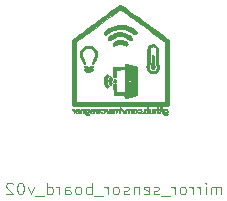
<source format=gbr>
%TF.GenerationSoftware,KiCad,Pcbnew,8.0.5*%
%TF.CreationDate,2024-12-15T10:39:54+01:00*%
%TF.ProjectId,esp8266-expansion-board,65737038-3236-4362-9d65-7870616e7369,rev?*%
%TF.SameCoordinates,Original*%
%TF.FileFunction,Legend,Bot*%
%TF.FilePolarity,Positive*%
%FSLAX46Y46*%
G04 Gerber Fmt 4.6, Leading zero omitted, Abs format (unit mm)*
G04 Created by KiCad (PCBNEW 8.0.5) date 2024-12-15 10:39:54*
%MOMM*%
%LPD*%
G01*
G04 APERTURE LIST*
%ADD10C,0.100000*%
%ADD11C,0.010000*%
G04 APERTURE END LIST*
D10*
X80976115Y-87502419D02*
X80976115Y-86835752D01*
X80976115Y-86930990D02*
X80928496Y-86883371D01*
X80928496Y-86883371D02*
X80833258Y-86835752D01*
X80833258Y-86835752D02*
X80690401Y-86835752D01*
X80690401Y-86835752D02*
X80595163Y-86883371D01*
X80595163Y-86883371D02*
X80547544Y-86978609D01*
X80547544Y-86978609D02*
X80547544Y-87502419D01*
X80547544Y-86978609D02*
X80499925Y-86883371D01*
X80499925Y-86883371D02*
X80404687Y-86835752D01*
X80404687Y-86835752D02*
X80261830Y-86835752D01*
X80261830Y-86835752D02*
X80166591Y-86883371D01*
X80166591Y-86883371D02*
X80118972Y-86978609D01*
X80118972Y-86978609D02*
X80118972Y-87502419D01*
X79642782Y-87502419D02*
X79642782Y-86835752D01*
X79642782Y-86502419D02*
X79690401Y-86550038D01*
X79690401Y-86550038D02*
X79642782Y-86597657D01*
X79642782Y-86597657D02*
X79595163Y-86550038D01*
X79595163Y-86550038D02*
X79642782Y-86502419D01*
X79642782Y-86502419D02*
X79642782Y-86597657D01*
X79166592Y-87502419D02*
X79166592Y-86835752D01*
X79166592Y-87026228D02*
X79118973Y-86930990D01*
X79118973Y-86930990D02*
X79071354Y-86883371D01*
X79071354Y-86883371D02*
X78976116Y-86835752D01*
X78976116Y-86835752D02*
X78880878Y-86835752D01*
X78547544Y-87502419D02*
X78547544Y-86835752D01*
X78547544Y-87026228D02*
X78499925Y-86930990D01*
X78499925Y-86930990D02*
X78452306Y-86883371D01*
X78452306Y-86883371D02*
X78357068Y-86835752D01*
X78357068Y-86835752D02*
X78261830Y-86835752D01*
X77785639Y-87502419D02*
X77880877Y-87454800D01*
X77880877Y-87454800D02*
X77928496Y-87407180D01*
X77928496Y-87407180D02*
X77976115Y-87311942D01*
X77976115Y-87311942D02*
X77976115Y-87026228D01*
X77976115Y-87026228D02*
X77928496Y-86930990D01*
X77928496Y-86930990D02*
X77880877Y-86883371D01*
X77880877Y-86883371D02*
X77785639Y-86835752D01*
X77785639Y-86835752D02*
X77642782Y-86835752D01*
X77642782Y-86835752D02*
X77547544Y-86883371D01*
X77547544Y-86883371D02*
X77499925Y-86930990D01*
X77499925Y-86930990D02*
X77452306Y-87026228D01*
X77452306Y-87026228D02*
X77452306Y-87311942D01*
X77452306Y-87311942D02*
X77499925Y-87407180D01*
X77499925Y-87407180D02*
X77547544Y-87454800D01*
X77547544Y-87454800D02*
X77642782Y-87502419D01*
X77642782Y-87502419D02*
X77785639Y-87502419D01*
X77023734Y-87502419D02*
X77023734Y-86835752D01*
X77023734Y-87026228D02*
X76976115Y-86930990D01*
X76976115Y-86930990D02*
X76928496Y-86883371D01*
X76928496Y-86883371D02*
X76833258Y-86835752D01*
X76833258Y-86835752D02*
X76738020Y-86835752D01*
X76642782Y-87597657D02*
X75880877Y-87597657D01*
X75690400Y-87454800D02*
X75595162Y-87502419D01*
X75595162Y-87502419D02*
X75404686Y-87502419D01*
X75404686Y-87502419D02*
X75309448Y-87454800D01*
X75309448Y-87454800D02*
X75261829Y-87359561D01*
X75261829Y-87359561D02*
X75261829Y-87311942D01*
X75261829Y-87311942D02*
X75309448Y-87216704D01*
X75309448Y-87216704D02*
X75404686Y-87169085D01*
X75404686Y-87169085D02*
X75547543Y-87169085D01*
X75547543Y-87169085D02*
X75642781Y-87121466D01*
X75642781Y-87121466D02*
X75690400Y-87026228D01*
X75690400Y-87026228D02*
X75690400Y-86978609D01*
X75690400Y-86978609D02*
X75642781Y-86883371D01*
X75642781Y-86883371D02*
X75547543Y-86835752D01*
X75547543Y-86835752D02*
X75404686Y-86835752D01*
X75404686Y-86835752D02*
X75309448Y-86883371D01*
X74452305Y-87454800D02*
X74547543Y-87502419D01*
X74547543Y-87502419D02*
X74738019Y-87502419D01*
X74738019Y-87502419D02*
X74833257Y-87454800D01*
X74833257Y-87454800D02*
X74880876Y-87359561D01*
X74880876Y-87359561D02*
X74880876Y-86978609D01*
X74880876Y-86978609D02*
X74833257Y-86883371D01*
X74833257Y-86883371D02*
X74738019Y-86835752D01*
X74738019Y-86835752D02*
X74547543Y-86835752D01*
X74547543Y-86835752D02*
X74452305Y-86883371D01*
X74452305Y-86883371D02*
X74404686Y-86978609D01*
X74404686Y-86978609D02*
X74404686Y-87073847D01*
X74404686Y-87073847D02*
X74880876Y-87169085D01*
X73976114Y-86835752D02*
X73976114Y-87502419D01*
X73976114Y-86930990D02*
X73928495Y-86883371D01*
X73928495Y-86883371D02*
X73833257Y-86835752D01*
X73833257Y-86835752D02*
X73690400Y-86835752D01*
X73690400Y-86835752D02*
X73595162Y-86883371D01*
X73595162Y-86883371D02*
X73547543Y-86978609D01*
X73547543Y-86978609D02*
X73547543Y-87502419D01*
X73118971Y-87454800D02*
X73023733Y-87502419D01*
X73023733Y-87502419D02*
X72833257Y-87502419D01*
X72833257Y-87502419D02*
X72738019Y-87454800D01*
X72738019Y-87454800D02*
X72690400Y-87359561D01*
X72690400Y-87359561D02*
X72690400Y-87311942D01*
X72690400Y-87311942D02*
X72738019Y-87216704D01*
X72738019Y-87216704D02*
X72833257Y-87169085D01*
X72833257Y-87169085D02*
X72976114Y-87169085D01*
X72976114Y-87169085D02*
X73071352Y-87121466D01*
X73071352Y-87121466D02*
X73118971Y-87026228D01*
X73118971Y-87026228D02*
X73118971Y-86978609D01*
X73118971Y-86978609D02*
X73071352Y-86883371D01*
X73071352Y-86883371D02*
X72976114Y-86835752D01*
X72976114Y-86835752D02*
X72833257Y-86835752D01*
X72833257Y-86835752D02*
X72738019Y-86883371D01*
X72118971Y-87502419D02*
X72214209Y-87454800D01*
X72214209Y-87454800D02*
X72261828Y-87407180D01*
X72261828Y-87407180D02*
X72309447Y-87311942D01*
X72309447Y-87311942D02*
X72309447Y-87026228D01*
X72309447Y-87026228D02*
X72261828Y-86930990D01*
X72261828Y-86930990D02*
X72214209Y-86883371D01*
X72214209Y-86883371D02*
X72118971Y-86835752D01*
X72118971Y-86835752D02*
X71976114Y-86835752D01*
X71976114Y-86835752D02*
X71880876Y-86883371D01*
X71880876Y-86883371D02*
X71833257Y-86930990D01*
X71833257Y-86930990D02*
X71785638Y-87026228D01*
X71785638Y-87026228D02*
X71785638Y-87311942D01*
X71785638Y-87311942D02*
X71833257Y-87407180D01*
X71833257Y-87407180D02*
X71880876Y-87454800D01*
X71880876Y-87454800D02*
X71976114Y-87502419D01*
X71976114Y-87502419D02*
X72118971Y-87502419D01*
X71357066Y-87502419D02*
X71357066Y-86835752D01*
X71357066Y-87026228D02*
X71309447Y-86930990D01*
X71309447Y-86930990D02*
X71261828Y-86883371D01*
X71261828Y-86883371D02*
X71166590Y-86835752D01*
X71166590Y-86835752D02*
X71071352Y-86835752D01*
X70976114Y-87597657D02*
X70214209Y-87597657D01*
X69976113Y-87502419D02*
X69976113Y-86502419D01*
X69976113Y-86883371D02*
X69880875Y-86835752D01*
X69880875Y-86835752D02*
X69690399Y-86835752D01*
X69690399Y-86835752D02*
X69595161Y-86883371D01*
X69595161Y-86883371D02*
X69547542Y-86930990D01*
X69547542Y-86930990D02*
X69499923Y-87026228D01*
X69499923Y-87026228D02*
X69499923Y-87311942D01*
X69499923Y-87311942D02*
X69547542Y-87407180D01*
X69547542Y-87407180D02*
X69595161Y-87454800D01*
X69595161Y-87454800D02*
X69690399Y-87502419D01*
X69690399Y-87502419D02*
X69880875Y-87502419D01*
X69880875Y-87502419D02*
X69976113Y-87454800D01*
X68928494Y-87502419D02*
X69023732Y-87454800D01*
X69023732Y-87454800D02*
X69071351Y-87407180D01*
X69071351Y-87407180D02*
X69118970Y-87311942D01*
X69118970Y-87311942D02*
X69118970Y-87026228D01*
X69118970Y-87026228D02*
X69071351Y-86930990D01*
X69071351Y-86930990D02*
X69023732Y-86883371D01*
X69023732Y-86883371D02*
X68928494Y-86835752D01*
X68928494Y-86835752D02*
X68785637Y-86835752D01*
X68785637Y-86835752D02*
X68690399Y-86883371D01*
X68690399Y-86883371D02*
X68642780Y-86930990D01*
X68642780Y-86930990D02*
X68595161Y-87026228D01*
X68595161Y-87026228D02*
X68595161Y-87311942D01*
X68595161Y-87311942D02*
X68642780Y-87407180D01*
X68642780Y-87407180D02*
X68690399Y-87454800D01*
X68690399Y-87454800D02*
X68785637Y-87502419D01*
X68785637Y-87502419D02*
X68928494Y-87502419D01*
X67738018Y-87502419D02*
X67738018Y-86978609D01*
X67738018Y-86978609D02*
X67785637Y-86883371D01*
X67785637Y-86883371D02*
X67880875Y-86835752D01*
X67880875Y-86835752D02*
X68071351Y-86835752D01*
X68071351Y-86835752D02*
X68166589Y-86883371D01*
X67738018Y-87454800D02*
X67833256Y-87502419D01*
X67833256Y-87502419D02*
X68071351Y-87502419D01*
X68071351Y-87502419D02*
X68166589Y-87454800D01*
X68166589Y-87454800D02*
X68214208Y-87359561D01*
X68214208Y-87359561D02*
X68214208Y-87264323D01*
X68214208Y-87264323D02*
X68166589Y-87169085D01*
X68166589Y-87169085D02*
X68071351Y-87121466D01*
X68071351Y-87121466D02*
X67833256Y-87121466D01*
X67833256Y-87121466D02*
X67738018Y-87073847D01*
X67261827Y-87502419D02*
X67261827Y-86835752D01*
X67261827Y-87026228D02*
X67214208Y-86930990D01*
X67214208Y-86930990D02*
X67166589Y-86883371D01*
X67166589Y-86883371D02*
X67071351Y-86835752D01*
X67071351Y-86835752D02*
X66976113Y-86835752D01*
X66214208Y-87502419D02*
X66214208Y-86502419D01*
X66214208Y-87454800D02*
X66309446Y-87502419D01*
X66309446Y-87502419D02*
X66499922Y-87502419D01*
X66499922Y-87502419D02*
X66595160Y-87454800D01*
X66595160Y-87454800D02*
X66642779Y-87407180D01*
X66642779Y-87407180D02*
X66690398Y-87311942D01*
X66690398Y-87311942D02*
X66690398Y-87026228D01*
X66690398Y-87026228D02*
X66642779Y-86930990D01*
X66642779Y-86930990D02*
X66595160Y-86883371D01*
X66595160Y-86883371D02*
X66499922Y-86835752D01*
X66499922Y-86835752D02*
X66309446Y-86835752D01*
X66309446Y-86835752D02*
X66214208Y-86883371D01*
X65976113Y-87597657D02*
X65214208Y-87597657D01*
X65071350Y-86835752D02*
X64833255Y-87502419D01*
X64833255Y-87502419D02*
X64595160Y-86835752D01*
X64023731Y-86502419D02*
X63928493Y-86502419D01*
X63928493Y-86502419D02*
X63833255Y-86550038D01*
X63833255Y-86550038D02*
X63785636Y-86597657D01*
X63785636Y-86597657D02*
X63738017Y-86692895D01*
X63738017Y-86692895D02*
X63690398Y-86883371D01*
X63690398Y-86883371D02*
X63690398Y-87121466D01*
X63690398Y-87121466D02*
X63738017Y-87311942D01*
X63738017Y-87311942D02*
X63785636Y-87407180D01*
X63785636Y-87407180D02*
X63833255Y-87454800D01*
X63833255Y-87454800D02*
X63928493Y-87502419D01*
X63928493Y-87502419D02*
X64023731Y-87502419D01*
X64023731Y-87502419D02*
X64118969Y-87454800D01*
X64118969Y-87454800D02*
X64166588Y-87407180D01*
X64166588Y-87407180D02*
X64214207Y-87311942D01*
X64214207Y-87311942D02*
X64261826Y-87121466D01*
X64261826Y-87121466D02*
X64261826Y-86883371D01*
X64261826Y-86883371D02*
X64214207Y-86692895D01*
X64214207Y-86692895D02*
X64166588Y-86597657D01*
X64166588Y-86597657D02*
X64118969Y-86550038D01*
X64118969Y-86550038D02*
X64023731Y-86502419D01*
X63309445Y-86597657D02*
X63261826Y-86550038D01*
X63261826Y-86550038D02*
X63166588Y-86502419D01*
X63166588Y-86502419D02*
X62928493Y-86502419D01*
X62928493Y-86502419D02*
X62833255Y-86550038D01*
X62833255Y-86550038D02*
X62785636Y-86597657D01*
X62785636Y-86597657D02*
X62738017Y-86692895D01*
X62738017Y-86692895D02*
X62738017Y-86788133D01*
X62738017Y-86788133D02*
X62785636Y-86930990D01*
X62785636Y-86930990D02*
X63357064Y-87502419D01*
X63357064Y-87502419D02*
X62738017Y-87502419D01*
D11*
%TO.C,G\u002A\u002A\u002A*%
X76415730Y-80519077D02*
X76370381Y-80587363D01*
X76298738Y-80630247D01*
X76206358Y-80636191D01*
X76198849Y-80635049D01*
X76145604Y-80632411D01*
X76123800Y-80641516D01*
X76128767Y-80662559D01*
X76167261Y-80698540D01*
X76228707Y-80717910D01*
X76294822Y-80716645D01*
X76347320Y-80690720D01*
X76370183Y-80674917D01*
X76405341Y-80687780D01*
X76406187Y-80688644D01*
X76412800Y-80718913D01*
X76374289Y-80756360D01*
X76288642Y-80792811D01*
X76193713Y-80786662D01*
X76108917Y-80734025D01*
X76090621Y-80714835D01*
X76066473Y-80679805D01*
X76054030Y-80635271D01*
X76050458Y-80567502D01*
X76052921Y-80462765D01*
X76052970Y-80461391D01*
X76128335Y-80461391D01*
X76141672Y-80515581D01*
X76147278Y-80523303D01*
X76200123Y-80556150D01*
X76266656Y-80562674D01*
X76320829Y-80539411D01*
X76330275Y-80527752D01*
X76350309Y-80464829D01*
X76344818Y-80393533D01*
X76314630Y-80340473D01*
X76292309Y-80326823D01*
X76228430Y-80321221D01*
X76168859Y-80350711D01*
X76133147Y-80408018D01*
X76128335Y-80461391D01*
X76052970Y-80461391D01*
X76060300Y-80254879D01*
X76183171Y-80247806D01*
X76260284Y-80247550D01*
X76317990Y-80263272D01*
X76367321Y-80302011D01*
X76405313Y-80352454D01*
X76429227Y-80436928D01*
X76424642Y-80464829D01*
X76415730Y-80519077D01*
G36*
X76415730Y-80519077D02*
G01*
X76370381Y-80587363D01*
X76298738Y-80630247D01*
X76206358Y-80636191D01*
X76198849Y-80635049D01*
X76145604Y-80632411D01*
X76123800Y-80641516D01*
X76128767Y-80662559D01*
X76167261Y-80698540D01*
X76228707Y-80717910D01*
X76294822Y-80716645D01*
X76347320Y-80690720D01*
X76370183Y-80674917D01*
X76405341Y-80687780D01*
X76406187Y-80688644D01*
X76412800Y-80718913D01*
X76374289Y-80756360D01*
X76288642Y-80792811D01*
X76193713Y-80786662D01*
X76108917Y-80734025D01*
X76090621Y-80714835D01*
X76066473Y-80679805D01*
X76054030Y-80635271D01*
X76050458Y-80567502D01*
X76052921Y-80462765D01*
X76052970Y-80461391D01*
X76128335Y-80461391D01*
X76141672Y-80515581D01*
X76147278Y-80523303D01*
X76200123Y-80556150D01*
X76266656Y-80562674D01*
X76320829Y-80539411D01*
X76330275Y-80527752D01*
X76350309Y-80464829D01*
X76344818Y-80393533D01*
X76314630Y-80340473D01*
X76292309Y-80326823D01*
X76228430Y-80321221D01*
X76168859Y-80350711D01*
X76133147Y-80408018D01*
X76128335Y-80461391D01*
X76052970Y-80461391D01*
X76060300Y-80254879D01*
X76183171Y-80247806D01*
X76260284Y-80247550D01*
X76317990Y-80263272D01*
X76367321Y-80302011D01*
X76405313Y-80352454D01*
X76429227Y-80436928D01*
X76424642Y-80464829D01*
X76415730Y-80519077D01*
G37*
X69795964Y-80469011D02*
X69769143Y-80545356D01*
X69718586Y-80604570D01*
X69650241Y-80635544D01*
X69570058Y-80627170D01*
X69547361Y-80619079D01*
X69505851Y-80611720D01*
X69494400Y-80629426D01*
X69498043Y-80650635D01*
X69534250Y-80694006D01*
X69594879Y-80718410D01*
X69662059Y-80718948D01*
X69717920Y-80690720D01*
X69740783Y-80674917D01*
X69775941Y-80687780D01*
X69776787Y-80688644D01*
X69783400Y-80718913D01*
X69744889Y-80756360D01*
X69659384Y-80792710D01*
X69564666Y-80786859D01*
X69480546Y-80735054D01*
X69470828Y-80725063D01*
X69442841Y-80688139D01*
X69426946Y-80642677D01*
X69419836Y-80574606D01*
X69418200Y-80469853D01*
X69418304Y-80461391D01*
X69498935Y-80461391D01*
X69512272Y-80515581D01*
X69517878Y-80523303D01*
X69570723Y-80556150D01*
X69637256Y-80562674D01*
X69691429Y-80539411D01*
X69700875Y-80527752D01*
X69720909Y-80464829D01*
X69715418Y-80393533D01*
X69685230Y-80340473D01*
X69662909Y-80326823D01*
X69599030Y-80321221D01*
X69539459Y-80350711D01*
X69503747Y-80408018D01*
X69498935Y-80461391D01*
X69418304Y-80461391D01*
X69418696Y-80429530D01*
X69426298Y-80325625D01*
X69441948Y-80259850D01*
X69464188Y-80236383D01*
X69491561Y-80259405D01*
X69504524Y-80271285D01*
X69545871Y-80263048D01*
X69589912Y-80244025D01*
X69670426Y-80248283D01*
X69745679Y-80299203D01*
X69754605Y-80309362D01*
X69793101Y-80386643D01*
X69795819Y-80464829D01*
X69795964Y-80469011D01*
G36*
X69795964Y-80469011D02*
G01*
X69769143Y-80545356D01*
X69718586Y-80604570D01*
X69650241Y-80635544D01*
X69570058Y-80627170D01*
X69547361Y-80619079D01*
X69505851Y-80611720D01*
X69494400Y-80629426D01*
X69498043Y-80650635D01*
X69534250Y-80694006D01*
X69594879Y-80718410D01*
X69662059Y-80718948D01*
X69717920Y-80690720D01*
X69740783Y-80674917D01*
X69775941Y-80687780D01*
X69776787Y-80688644D01*
X69783400Y-80718913D01*
X69744889Y-80756360D01*
X69659384Y-80792710D01*
X69564666Y-80786859D01*
X69480546Y-80735054D01*
X69470828Y-80725063D01*
X69442841Y-80688139D01*
X69426946Y-80642677D01*
X69419836Y-80574606D01*
X69418200Y-80469853D01*
X69418304Y-80461391D01*
X69498935Y-80461391D01*
X69512272Y-80515581D01*
X69517878Y-80523303D01*
X69570723Y-80556150D01*
X69637256Y-80562674D01*
X69691429Y-80539411D01*
X69700875Y-80527752D01*
X69720909Y-80464829D01*
X69715418Y-80393533D01*
X69685230Y-80340473D01*
X69662909Y-80326823D01*
X69599030Y-80321221D01*
X69539459Y-80350711D01*
X69503747Y-80408018D01*
X69498935Y-80461391D01*
X69418304Y-80461391D01*
X69418696Y-80429530D01*
X69426298Y-80325625D01*
X69441948Y-80259850D01*
X69464188Y-80236383D01*
X69491561Y-80259405D01*
X69504524Y-80271285D01*
X69545871Y-80263048D01*
X69589912Y-80244025D01*
X69670426Y-80248283D01*
X69745679Y-80299203D01*
X69754605Y-80309362D01*
X69793101Y-80386643D01*
X69795819Y-80464829D01*
X69795964Y-80469011D01*
G37*
X75949140Y-80245396D02*
X75962197Y-80270902D01*
X75969272Y-80334233D01*
X75971400Y-80441800D01*
X75970848Y-80503616D01*
X75966278Y-80587393D01*
X75956223Y-80630267D01*
X75939650Y-80638650D01*
X75924529Y-80620125D01*
X75912002Y-80555005D01*
X75907900Y-80441800D01*
X75910199Y-80352321D01*
X75920587Y-80275367D01*
X75939650Y-80244950D01*
X75949140Y-80245396D01*
G36*
X75949140Y-80245396D02*
G01*
X75962197Y-80270902D01*
X75969272Y-80334233D01*
X75971400Y-80441800D01*
X75970848Y-80503616D01*
X75966278Y-80587393D01*
X75956223Y-80630267D01*
X75939650Y-80638650D01*
X75924529Y-80620125D01*
X75912002Y-80555005D01*
X75907900Y-80441800D01*
X75910199Y-80352321D01*
X75920587Y-80275367D01*
X75939650Y-80244950D01*
X75949140Y-80245396D01*
G37*
X75801620Y-80144401D02*
X75819000Y-80182720D01*
X75822784Y-80208310D01*
X75850750Y-80262095D01*
X75869763Y-80290430D01*
X75850750Y-80307391D01*
X75844020Y-80311917D01*
X75825816Y-80355770D01*
X75819000Y-80432886D01*
X75818267Y-80460524D01*
X75808795Y-80540791D01*
X75791882Y-80597411D01*
X75768126Y-80625714D01*
X75711321Y-80640191D01*
X75684078Y-80632089D01*
X75652306Y-80607009D01*
X75646500Y-80580872D01*
X75674466Y-80568800D01*
X75678208Y-80568668D01*
X75718558Y-80544689D01*
X75740160Y-80490428D01*
X75742331Y-80421907D01*
X75724388Y-80355147D01*
X75685650Y-80306170D01*
X75628500Y-80265945D01*
X75685650Y-80249310D01*
X75720521Y-80230049D01*
X75742800Y-80184837D01*
X75749419Y-80157975D01*
X75780900Y-80137000D01*
X75801620Y-80144401D01*
G36*
X75801620Y-80144401D02*
G01*
X75819000Y-80182720D01*
X75822784Y-80208310D01*
X75850750Y-80262095D01*
X75869763Y-80290430D01*
X75850750Y-80307391D01*
X75844020Y-80311917D01*
X75825816Y-80355770D01*
X75819000Y-80432886D01*
X75818267Y-80460524D01*
X75808795Y-80540791D01*
X75791882Y-80597411D01*
X75768126Y-80625714D01*
X75711321Y-80640191D01*
X75684078Y-80632089D01*
X75652306Y-80607009D01*
X75646500Y-80580872D01*
X75674466Y-80568800D01*
X75678208Y-80568668D01*
X75718558Y-80544689D01*
X75740160Y-80490428D01*
X75742331Y-80421907D01*
X75724388Y-80355147D01*
X75685650Y-80306170D01*
X75628500Y-80265945D01*
X75685650Y-80249310D01*
X75720521Y-80230049D01*
X75742800Y-80184837D01*
X75749419Y-80157975D01*
X75780900Y-80137000D01*
X75801620Y-80144401D01*
G37*
X75562666Y-80113884D02*
X75576538Y-80132985D01*
X75585012Y-80178324D01*
X75589246Y-80258076D01*
X75590400Y-80380416D01*
X75590390Y-80393037D01*
X75588609Y-80514230D01*
X75583234Y-80591441D01*
X75573502Y-80630884D01*
X75558650Y-80638770D01*
X75547825Y-80628961D01*
X75529690Y-80578173D01*
X75519230Y-80497140D01*
X75512167Y-80427116D01*
X75493728Y-80369785D01*
X75460095Y-80338430D01*
X75410763Y-80319738D01*
X75368546Y-80331076D01*
X75343290Y-80384118D01*
X75331357Y-80482944D01*
X75326832Y-80536452D01*
X75312357Y-80607733D01*
X75291950Y-80638759D01*
X75290377Y-80639208D01*
X75272760Y-80627531D01*
X75263127Y-80577817D01*
X75260200Y-80483830D01*
X75260602Y-80450584D01*
X75271730Y-80342196D01*
X75300981Y-80276232D01*
X75352194Y-80247387D01*
X75429208Y-80250357D01*
X75434368Y-80251319D01*
X75488964Y-80257514D01*
X75510453Y-80240425D01*
X75514200Y-80188950D01*
X75522256Y-80133966D01*
X75552300Y-80111600D01*
X75562666Y-80113884D01*
G36*
X75562666Y-80113884D02*
G01*
X75576538Y-80132985D01*
X75585012Y-80178324D01*
X75589246Y-80258076D01*
X75590400Y-80380416D01*
X75590390Y-80393037D01*
X75588609Y-80514230D01*
X75583234Y-80591441D01*
X75573502Y-80630884D01*
X75558650Y-80638770D01*
X75547825Y-80628961D01*
X75529690Y-80578173D01*
X75519230Y-80497140D01*
X75512167Y-80427116D01*
X75493728Y-80369785D01*
X75460095Y-80338430D01*
X75410763Y-80319738D01*
X75368546Y-80331076D01*
X75343290Y-80384118D01*
X75331357Y-80482944D01*
X75326832Y-80536452D01*
X75312357Y-80607733D01*
X75291950Y-80638759D01*
X75290377Y-80639208D01*
X75272760Y-80627531D01*
X75263127Y-80577817D01*
X75260200Y-80483830D01*
X75260602Y-80450584D01*
X75271730Y-80342196D01*
X75300981Y-80276232D01*
X75352194Y-80247387D01*
X75429208Y-80250357D01*
X75434368Y-80251319D01*
X75488964Y-80257514D01*
X75510453Y-80240425D01*
X75514200Y-80188950D01*
X75522256Y-80133966D01*
X75552300Y-80111600D01*
X75562666Y-80113884D01*
G37*
X75148793Y-80238888D02*
X75170507Y-80265892D01*
X75183124Y-80326362D01*
X75186717Y-80405406D01*
X75181359Y-80488135D01*
X75167124Y-80559659D01*
X75144086Y-80605085D01*
X75108755Y-80629234D01*
X75031706Y-80643415D01*
X74956252Y-80620663D01*
X74936250Y-80611869D01*
X74888664Y-80622286D01*
X74874033Y-80632552D01*
X74855718Y-80631850D01*
X74846283Y-80600941D01*
X74844376Y-80533035D01*
X74848645Y-80421346D01*
X74850196Y-80395560D01*
X74861949Y-80300656D01*
X74878787Y-80251553D01*
X74897729Y-80249384D01*
X74915793Y-80295285D01*
X74930000Y-80390389D01*
X74934537Y-80427527D01*
X74961088Y-80518982D01*
X75005161Y-80563664D01*
X75066248Y-80560939D01*
X75068828Y-80559870D01*
X75092285Y-80535927D01*
X75104373Y-80483577D01*
X75107800Y-80391797D01*
X75107885Y-80372204D01*
X75111949Y-80291604D01*
X75123828Y-80250257D01*
X75145900Y-80238600D01*
X75148793Y-80238888D01*
G36*
X75148793Y-80238888D02*
G01*
X75170507Y-80265892D01*
X75183124Y-80326362D01*
X75186717Y-80405406D01*
X75181359Y-80488135D01*
X75167124Y-80559659D01*
X75144086Y-80605085D01*
X75108755Y-80629234D01*
X75031706Y-80643415D01*
X74956252Y-80620663D01*
X74936250Y-80611869D01*
X74888664Y-80622286D01*
X74874033Y-80632552D01*
X74855718Y-80631850D01*
X74846283Y-80600941D01*
X74844376Y-80533035D01*
X74848645Y-80421346D01*
X74850196Y-80395560D01*
X74861949Y-80300656D01*
X74878787Y-80251553D01*
X74897729Y-80249384D01*
X74915793Y-80295285D01*
X74930000Y-80390389D01*
X74934537Y-80427527D01*
X74961088Y-80518982D01*
X75005161Y-80563664D01*
X75066248Y-80560939D01*
X75068828Y-80559870D01*
X75092285Y-80535927D01*
X75104373Y-80483577D01*
X75107800Y-80391797D01*
X75107885Y-80372204D01*
X75111949Y-80291604D01*
X75123828Y-80250257D01*
X75145900Y-80238600D01*
X75148793Y-80238888D01*
G37*
X74752200Y-80633952D02*
X74629456Y-80639293D01*
X74550106Y-80638209D01*
X74494326Y-80620972D01*
X74446327Y-80580356D01*
X74431163Y-80562257D01*
X74394585Y-80475116D01*
X74399946Y-80411725D01*
X74475863Y-80411725D01*
X74477805Y-80483308D01*
X74503280Y-80538320D01*
X74528812Y-80555044D01*
X74587100Y-80568800D01*
X74624670Y-80563656D01*
X74680835Y-80523685D01*
X74701400Y-80451234D01*
X74700477Y-80435378D01*
X74674195Y-80370133D01*
X74622675Y-80328077D01*
X74560757Y-80317147D01*
X74503280Y-80345280D01*
X74497454Y-80352018D01*
X74475863Y-80411725D01*
X74399946Y-80411725D01*
X74402522Y-80381261D01*
X74454580Y-80294332D01*
X74483809Y-80266869D01*
X74534024Y-80245237D01*
X74606150Y-80249429D01*
X74627744Y-80252775D01*
X74678493Y-80255770D01*
X74698131Y-80237376D01*
X74701400Y-80188100D01*
X74701404Y-80186904D01*
X74708993Y-80133678D01*
X74726800Y-80111600D01*
X74733089Y-80117962D01*
X74743248Y-80165168D01*
X74749848Y-80252462D01*
X74752200Y-80372776D01*
X74752200Y-80451234D01*
X74752200Y-80633952D01*
G36*
X74752200Y-80633952D02*
G01*
X74629456Y-80639293D01*
X74550106Y-80638209D01*
X74494326Y-80620972D01*
X74446327Y-80580356D01*
X74431163Y-80562257D01*
X74394585Y-80475116D01*
X74399946Y-80411725D01*
X74475863Y-80411725D01*
X74477805Y-80483308D01*
X74503280Y-80538320D01*
X74528812Y-80555044D01*
X74587100Y-80568800D01*
X74624670Y-80563656D01*
X74680835Y-80523685D01*
X74701400Y-80451234D01*
X74700477Y-80435378D01*
X74674195Y-80370133D01*
X74622675Y-80328077D01*
X74560757Y-80317147D01*
X74503280Y-80345280D01*
X74497454Y-80352018D01*
X74475863Y-80411725D01*
X74399946Y-80411725D01*
X74402522Y-80381261D01*
X74454580Y-80294332D01*
X74483809Y-80266869D01*
X74534024Y-80245237D01*
X74606150Y-80249429D01*
X74627744Y-80252775D01*
X74678493Y-80255770D01*
X74698131Y-80237376D01*
X74701400Y-80188100D01*
X74701404Y-80186904D01*
X74708993Y-80133678D01*
X74726800Y-80111600D01*
X74733089Y-80117962D01*
X74743248Y-80165168D01*
X74749848Y-80252462D01*
X74752200Y-80372776D01*
X74752200Y-80451234D01*
X74752200Y-80633952D01*
G37*
X74326134Y-80564373D02*
X74334947Y-80577491D01*
X74333100Y-80619600D01*
X74320404Y-80633141D01*
X74289267Y-80624026D01*
X74280454Y-80610908D01*
X74282300Y-80568800D01*
X74294997Y-80555258D01*
X74326134Y-80564373D01*
G36*
X74326134Y-80564373D02*
G01*
X74334947Y-80577491D01*
X74333100Y-80619600D01*
X74320404Y-80633141D01*
X74289267Y-80624026D01*
X74280454Y-80610908D01*
X74282300Y-80568800D01*
X74294997Y-80555258D01*
X74326134Y-80564373D01*
G37*
X74142628Y-80279504D02*
X74197836Y-80347790D01*
X74218800Y-80441800D01*
X74218089Y-80467536D01*
X74200669Y-80538399D01*
X74151875Y-80592356D01*
X74093080Y-80628361D01*
X74005504Y-80641330D01*
X73917512Y-80603960D01*
X73915695Y-80602679D01*
X73878567Y-80565554D01*
X73886460Y-80535380D01*
X73907835Y-80521818D01*
X73944480Y-80538320D01*
X73970012Y-80555044D01*
X74028300Y-80568800D01*
X74072267Y-80561819D01*
X74124354Y-80518619D01*
X74142600Y-80439830D01*
X74135908Y-80385073D01*
X74100062Y-80335106D01*
X74032662Y-80324418D01*
X73933050Y-80352735D01*
X73901051Y-80356110D01*
X73887854Y-80333738D01*
X73900364Y-80298013D01*
X73937731Y-80264893D01*
X73975608Y-80249133D01*
X74064709Y-80244199D01*
X74142628Y-80279504D01*
G36*
X74142628Y-80279504D02*
G01*
X74197836Y-80347790D01*
X74218800Y-80441800D01*
X74218089Y-80467536D01*
X74200669Y-80538399D01*
X74151875Y-80592356D01*
X74093080Y-80628361D01*
X74005504Y-80641330D01*
X73917512Y-80603960D01*
X73915695Y-80602679D01*
X73878567Y-80565554D01*
X73886460Y-80535380D01*
X73907835Y-80521818D01*
X73944480Y-80538320D01*
X73970012Y-80555044D01*
X74028300Y-80568800D01*
X74072267Y-80561819D01*
X74124354Y-80518619D01*
X74142600Y-80439830D01*
X74135908Y-80385073D01*
X74100062Y-80335106D01*
X74032662Y-80324418D01*
X73933050Y-80352735D01*
X73901051Y-80356110D01*
X73887854Y-80333738D01*
X73900364Y-80298013D01*
X73937731Y-80264893D01*
X73975608Y-80249133D01*
X74064709Y-80244199D01*
X74142628Y-80279504D01*
G37*
X73831235Y-80506956D02*
X73782573Y-80586212D01*
X73763395Y-80603933D01*
X73686588Y-80638525D01*
X73604938Y-80634028D01*
X73531031Y-80596021D01*
X73477456Y-80530085D01*
X73456800Y-80441800D01*
X73458542Y-80431923D01*
X73539985Y-80431923D01*
X73553779Y-80505300D01*
X73556654Y-80511148D01*
X73605460Y-80558122D01*
X73670461Y-80568454D01*
X73731120Y-80538320D01*
X73736947Y-80531581D01*
X73758538Y-80471874D01*
X73756596Y-80400291D01*
X73731121Y-80345280D01*
X73720918Y-80336022D01*
X73661247Y-80311427D01*
X73604209Y-80325523D01*
X73560291Y-80368843D01*
X73539985Y-80431923D01*
X73458542Y-80431923D01*
X73467208Y-80382783D01*
X73519146Y-80300945D01*
X73551028Y-80274177D01*
X73628451Y-80243580D01*
X73703558Y-80251538D01*
X73768868Y-80289954D01*
X73816903Y-80350728D01*
X73840185Y-80425762D01*
X73835102Y-80471874D01*
X73831235Y-80506956D01*
G36*
X73831235Y-80506956D02*
G01*
X73782573Y-80586212D01*
X73763395Y-80603933D01*
X73686588Y-80638525D01*
X73604938Y-80634028D01*
X73531031Y-80596021D01*
X73477456Y-80530085D01*
X73456800Y-80441800D01*
X73458542Y-80431923D01*
X73539985Y-80431923D01*
X73553779Y-80505300D01*
X73556654Y-80511148D01*
X73605460Y-80558122D01*
X73670461Y-80568454D01*
X73731120Y-80538320D01*
X73736947Y-80531581D01*
X73758538Y-80471874D01*
X73756596Y-80400291D01*
X73731121Y-80345280D01*
X73720918Y-80336022D01*
X73661247Y-80311427D01*
X73604209Y-80325523D01*
X73560291Y-80368843D01*
X73539985Y-80431923D01*
X73458542Y-80431923D01*
X73467208Y-80382783D01*
X73519146Y-80300945D01*
X73551028Y-80274177D01*
X73628451Y-80243580D01*
X73703558Y-80251538D01*
X73768868Y-80289954D01*
X73816903Y-80350728D01*
X73840185Y-80425762D01*
X73835102Y-80471874D01*
X73831235Y-80506956D01*
G37*
X73384776Y-80245068D02*
X73397695Y-80274969D01*
X73404206Y-80337539D01*
X73406000Y-80441800D01*
X73404788Y-80531802D01*
X73399181Y-80600703D01*
X73387449Y-80635429D01*
X73367900Y-80645000D01*
X73351179Y-80639927D01*
X73334649Y-80604971D01*
X73329800Y-80529030D01*
X73329696Y-80516158D01*
X73316777Y-80406071D01*
X73283139Y-80338062D01*
X73230024Y-80314800D01*
X73202058Y-80319663D01*
X73172297Y-80350003D01*
X73156587Y-80414921D01*
X73152000Y-80522194D01*
X73146404Y-80599748D01*
X73130913Y-80638538D01*
X73110584Y-80632419D01*
X73090514Y-80583330D01*
X73075800Y-80493210D01*
X73056707Y-80395872D01*
X73021668Y-80331343D01*
X72979992Y-80311041D01*
X72939965Y-80334257D01*
X72909873Y-80400282D01*
X72898000Y-80508410D01*
X72895870Y-80563013D01*
X72886646Y-80622062D01*
X72872600Y-80645000D01*
X72866931Y-80642041D01*
X72854731Y-80605280D01*
X72848398Y-80538340D01*
X72847730Y-80456235D01*
X72852523Y-80373981D01*
X72862574Y-80306591D01*
X72877681Y-80269079D01*
X72918622Y-80245803D01*
X72987577Y-80241981D01*
X73045954Y-80269713D01*
X73080481Y-80288125D01*
X73126890Y-80269713D01*
X73161026Y-80252380D01*
X73237992Y-80240782D01*
X73299321Y-80269080D01*
X73322303Y-80286751D01*
X73329800Y-80269080D01*
X73334144Y-80254989D01*
X73367900Y-80238600D01*
X73384776Y-80245068D01*
G36*
X73384776Y-80245068D02*
G01*
X73397695Y-80274969D01*
X73404206Y-80337539D01*
X73406000Y-80441800D01*
X73404788Y-80531802D01*
X73399181Y-80600703D01*
X73387449Y-80635429D01*
X73367900Y-80645000D01*
X73351179Y-80639927D01*
X73334649Y-80604971D01*
X73329800Y-80529030D01*
X73329696Y-80516158D01*
X73316777Y-80406071D01*
X73283139Y-80338062D01*
X73230024Y-80314800D01*
X73202058Y-80319663D01*
X73172297Y-80350003D01*
X73156587Y-80414921D01*
X73152000Y-80522194D01*
X73146404Y-80599748D01*
X73130913Y-80638538D01*
X73110584Y-80632419D01*
X73090514Y-80583330D01*
X73075800Y-80493210D01*
X73056707Y-80395872D01*
X73021668Y-80331343D01*
X72979992Y-80311041D01*
X72939965Y-80334257D01*
X72909873Y-80400282D01*
X72898000Y-80508410D01*
X72895870Y-80563013D01*
X72886646Y-80622062D01*
X72872600Y-80645000D01*
X72866931Y-80642041D01*
X72854731Y-80605280D01*
X72848398Y-80538340D01*
X72847730Y-80456235D01*
X72852523Y-80373981D01*
X72862574Y-80306591D01*
X72877681Y-80269079D01*
X72918622Y-80245803D01*
X72987577Y-80241981D01*
X73045954Y-80269713D01*
X73080481Y-80288125D01*
X73126890Y-80269713D01*
X73161026Y-80252380D01*
X73237992Y-80240782D01*
X73299321Y-80269080D01*
X73322303Y-80286751D01*
X73329800Y-80269080D01*
X73334144Y-80254989D01*
X73367900Y-80238600D01*
X73384776Y-80245068D01*
G37*
X72427478Y-80112783D02*
X72456220Y-80141039D01*
X72504062Y-80199539D01*
X72563936Y-80278398D01*
X72628774Y-80367730D01*
X72691508Y-80457650D01*
X72745069Y-80538273D01*
X72782390Y-80599715D01*
X72796400Y-80632089D01*
X72792288Y-80637928D01*
X72758605Y-80645000D01*
X72756450Y-80644488D01*
X72728514Y-80619040D01*
X72681280Y-80562412D01*
X72621845Y-80484581D01*
X72557303Y-80395526D01*
X72494752Y-80305227D01*
X72441287Y-80223661D01*
X72404005Y-80160809D01*
X72390000Y-80126647D01*
X72392921Y-80120582D01*
X72424227Y-80111600D01*
X72427478Y-80112783D01*
G36*
X72427478Y-80112783D02*
G01*
X72456220Y-80141039D01*
X72504062Y-80199539D01*
X72563936Y-80278398D01*
X72628774Y-80367730D01*
X72691508Y-80457650D01*
X72745069Y-80538273D01*
X72782390Y-80599715D01*
X72796400Y-80632089D01*
X72792288Y-80637928D01*
X72758605Y-80645000D01*
X72756450Y-80644488D01*
X72728514Y-80619040D01*
X72681280Y-80562412D01*
X72621845Y-80484581D01*
X72557303Y-80395526D01*
X72494752Y-80305227D01*
X72441287Y-80223661D01*
X72404005Y-80160809D01*
X72390000Y-80126647D01*
X72392921Y-80120582D01*
X72424227Y-80111600D01*
X72427478Y-80112783D01*
G37*
X71966934Y-80259107D02*
X72001810Y-80270625D01*
X72060000Y-80278248D01*
X72107270Y-80260185D01*
X72158526Y-80241706D01*
X72221339Y-80257755D01*
X72223865Y-80258898D01*
X72273581Y-80273930D01*
X72294570Y-80258192D01*
X72302096Y-80247355D01*
X72334350Y-80248301D01*
X72335210Y-80248911D01*
X72349154Y-80283637D01*
X72359121Y-80351697D01*
X72364533Y-80436630D01*
X72364812Y-80521976D01*
X72359383Y-80591274D01*
X72347667Y-80628066D01*
X72341093Y-80634175D01*
X72311193Y-80642838D01*
X72293942Y-80605290D01*
X72288400Y-80519814D01*
X72286485Y-80475983D01*
X72265157Y-80385217D01*
X72223271Y-80331190D01*
X72164668Y-80320104D01*
X72141403Y-80335266D01*
X72122736Y-80383886D01*
X72110600Y-80474256D01*
X72102728Y-80538666D01*
X72086135Y-80600712D01*
X72067027Y-80615597D01*
X72048575Y-80582269D01*
X72033948Y-80499677D01*
X72026622Y-80443054D01*
X72007569Y-80365903D01*
X71978296Y-80326101D01*
X71934019Y-80314800D01*
X71906695Y-80319537D01*
X71876945Y-80349822D01*
X71861207Y-80414802D01*
X71856600Y-80522194D01*
X71856560Y-80530176D01*
X71849435Y-80609217D01*
X71833630Y-80642121D01*
X71814292Y-80631333D01*
X71796569Y-80579300D01*
X71785609Y-80488466D01*
X71784597Y-80411165D01*
X71796715Y-80341029D01*
X71827542Y-80287610D01*
X71831803Y-80282381D01*
X71867669Y-80246794D01*
X71905223Y-80240568D01*
X71966934Y-80259107D01*
G36*
X71966934Y-80259107D02*
G01*
X72001810Y-80270625D01*
X72060000Y-80278248D01*
X72107270Y-80260185D01*
X72158526Y-80241706D01*
X72221339Y-80257755D01*
X72223865Y-80258898D01*
X72273581Y-80273930D01*
X72294570Y-80258192D01*
X72302096Y-80247355D01*
X72334350Y-80248301D01*
X72335210Y-80248911D01*
X72349154Y-80283637D01*
X72359121Y-80351697D01*
X72364533Y-80436630D01*
X72364812Y-80521976D01*
X72359383Y-80591274D01*
X72347667Y-80628066D01*
X72341093Y-80634175D01*
X72311193Y-80642838D01*
X72293942Y-80605290D01*
X72288400Y-80519814D01*
X72286485Y-80475983D01*
X72265157Y-80385217D01*
X72223271Y-80331190D01*
X72164668Y-80320104D01*
X72141403Y-80335266D01*
X72122736Y-80383886D01*
X72110600Y-80474256D01*
X72102728Y-80538666D01*
X72086135Y-80600712D01*
X72067027Y-80615597D01*
X72048575Y-80582269D01*
X72033948Y-80499677D01*
X72026622Y-80443054D01*
X72007569Y-80365903D01*
X71978296Y-80326101D01*
X71934019Y-80314800D01*
X71906695Y-80319537D01*
X71876945Y-80349822D01*
X71861207Y-80414802D01*
X71856600Y-80522194D01*
X71856560Y-80530176D01*
X71849435Y-80609217D01*
X71833630Y-80642121D01*
X71814292Y-80631333D01*
X71796569Y-80579300D01*
X71785609Y-80488466D01*
X71784597Y-80411165D01*
X71796715Y-80341029D01*
X71827542Y-80287610D01*
X71831803Y-80282381D01*
X71867669Y-80246794D01*
X71905223Y-80240568D01*
X71966934Y-80259107D01*
G37*
X71722140Y-80567518D02*
X71699636Y-80614004D01*
X71682877Y-80623615D01*
X71620869Y-80636086D01*
X71534548Y-80638134D01*
X71399425Y-80632300D01*
X71399413Y-80514934D01*
X71480929Y-80514934D01*
X71505582Y-80545597D01*
X71571059Y-80564059D01*
X71607227Y-80566133D01*
X71644173Y-80556187D01*
X71653400Y-80522326D01*
X71644761Y-80485564D01*
X71601345Y-80455302D01*
X71527620Y-80459521D01*
X71495747Y-80475615D01*
X71480929Y-80514934D01*
X71399413Y-80514934D01*
X71399413Y-80513303D01*
X71399963Y-80479520D01*
X71415398Y-80361438D01*
X71453142Y-80285659D01*
X71514675Y-80248785D01*
X71561942Y-80244812D01*
X71628184Y-80256307D01*
X71681998Y-80280777D01*
X71704200Y-80311838D01*
X71702035Y-80316468D01*
X71668211Y-80325209D01*
X71606406Y-80322248D01*
X71569777Y-80318444D01*
X71517204Y-80323559D01*
X71492903Y-80350065D01*
X71489038Y-80363765D01*
X71501494Y-80385260D01*
X71554268Y-80391000D01*
X71645801Y-80403120D01*
X71708467Y-80444270D01*
X71729600Y-80513813D01*
X71728417Y-80522326D01*
X71722140Y-80567518D01*
G36*
X71722140Y-80567518D02*
G01*
X71699636Y-80614004D01*
X71682877Y-80623615D01*
X71620869Y-80636086D01*
X71534548Y-80638134D01*
X71399425Y-80632300D01*
X71399413Y-80514934D01*
X71480929Y-80514934D01*
X71505582Y-80545597D01*
X71571059Y-80564059D01*
X71607227Y-80566133D01*
X71644173Y-80556187D01*
X71653400Y-80522326D01*
X71644761Y-80485564D01*
X71601345Y-80455302D01*
X71527620Y-80459521D01*
X71495747Y-80475615D01*
X71480929Y-80514934D01*
X71399413Y-80514934D01*
X71399413Y-80513303D01*
X71399963Y-80479520D01*
X71415398Y-80361438D01*
X71453142Y-80285659D01*
X71514675Y-80248785D01*
X71561942Y-80244812D01*
X71628184Y-80256307D01*
X71681998Y-80280777D01*
X71704200Y-80311838D01*
X71702035Y-80316468D01*
X71668211Y-80325209D01*
X71606406Y-80322248D01*
X71569777Y-80318444D01*
X71517204Y-80323559D01*
X71492903Y-80350065D01*
X71489038Y-80363765D01*
X71501494Y-80385260D01*
X71554268Y-80391000D01*
X71645801Y-80403120D01*
X71708467Y-80444270D01*
X71729600Y-80513813D01*
X71728417Y-80522326D01*
X71722140Y-80567518D01*
G37*
X71210268Y-80266213D02*
X71224288Y-80280089D01*
X71254947Y-80266213D01*
X71271035Y-80251723D01*
X71296967Y-80242672D01*
X71312923Y-80268089D01*
X71320977Y-80333371D01*
X71323200Y-80443916D01*
X71322690Y-80502886D01*
X71318166Y-80587106D01*
X71308101Y-80630265D01*
X71291450Y-80638770D01*
X71280497Y-80628756D01*
X71262423Y-80577572D01*
X71251983Y-80495785D01*
X71250613Y-80474548D01*
X71240751Y-80401474D01*
X71220189Y-80360156D01*
X71182133Y-80334955D01*
X71140745Y-80307396D01*
X71120000Y-80272622D01*
X71137671Y-80244348D01*
X71175907Y-80241397D01*
X71210268Y-80266213D01*
G36*
X71210268Y-80266213D02*
G01*
X71224288Y-80280089D01*
X71254947Y-80266213D01*
X71271035Y-80251723D01*
X71296967Y-80242672D01*
X71312923Y-80268089D01*
X71320977Y-80333371D01*
X71323200Y-80443916D01*
X71322690Y-80502886D01*
X71318166Y-80587106D01*
X71308101Y-80630265D01*
X71291450Y-80638770D01*
X71280497Y-80628756D01*
X71262423Y-80577572D01*
X71251983Y-80495785D01*
X71250613Y-80474548D01*
X71240751Y-80401474D01*
X71220189Y-80360156D01*
X71182133Y-80334955D01*
X71140745Y-80307396D01*
X71120000Y-80272622D01*
X71137671Y-80244348D01*
X71175907Y-80241397D01*
X71210268Y-80266213D01*
G37*
X71043828Y-80279504D02*
X71099036Y-80347790D01*
X71120000Y-80441800D01*
X71119289Y-80467536D01*
X71101869Y-80538399D01*
X71053075Y-80592356D01*
X70994280Y-80628361D01*
X70906704Y-80641330D01*
X70818712Y-80603960D01*
X70816895Y-80602679D01*
X70779767Y-80565554D01*
X70787660Y-80535380D01*
X70809035Y-80521818D01*
X70845680Y-80538320D01*
X70871212Y-80555044D01*
X70929500Y-80568800D01*
X70973467Y-80561819D01*
X71025554Y-80518619D01*
X71043800Y-80439830D01*
X71037108Y-80385073D01*
X71001262Y-80335106D01*
X70933862Y-80324418D01*
X70834250Y-80352735D01*
X70802251Y-80356110D01*
X70789054Y-80333738D01*
X70801564Y-80298013D01*
X70838931Y-80264893D01*
X70876808Y-80249133D01*
X70965909Y-80244199D01*
X71043828Y-80279504D01*
G36*
X71043828Y-80279504D02*
G01*
X71099036Y-80347790D01*
X71120000Y-80441800D01*
X71119289Y-80467536D01*
X71101869Y-80538399D01*
X71053075Y-80592356D01*
X70994280Y-80628361D01*
X70906704Y-80641330D01*
X70818712Y-80603960D01*
X70816895Y-80602679D01*
X70779767Y-80565554D01*
X70787660Y-80535380D01*
X70809035Y-80521818D01*
X70845680Y-80538320D01*
X70871212Y-80555044D01*
X70929500Y-80568800D01*
X70973467Y-80561819D01*
X71025554Y-80518619D01*
X71043800Y-80439830D01*
X71037108Y-80385073D01*
X71001262Y-80335106D01*
X70933862Y-80324418D01*
X70834250Y-80352735D01*
X70802251Y-80356110D01*
X70789054Y-80333738D01*
X70801564Y-80298013D01*
X70838931Y-80264893D01*
X70876808Y-80249133D01*
X70965909Y-80244199D01*
X71043828Y-80279504D01*
G37*
X70737379Y-80238628D02*
X70754842Y-80241660D01*
X70760124Y-80256019D01*
X70751369Y-80290589D01*
X70726724Y-80354257D01*
X70684332Y-80455906D01*
X70671784Y-80484914D01*
X70632200Y-80565747D01*
X70598320Y-80620142D01*
X70576382Y-80637601D01*
X70575466Y-80637271D01*
X70545371Y-80608482D01*
X70512291Y-80554224D01*
X70476081Y-80479900D01*
X70442368Y-80562450D01*
X70438323Y-80571928D01*
X70408508Y-80623832D01*
X70382265Y-80645000D01*
X70377749Y-80643213D01*
X70352088Y-80610978D01*
X70316594Y-80548712D01*
X70277733Y-80470060D01*
X70241970Y-80388664D01*
X70215770Y-80318168D01*
X70205600Y-80272215D01*
X70205910Y-80263366D01*
X70218132Y-80239135D01*
X70244271Y-80255091D01*
X70278979Y-80305780D01*
X70316906Y-80385744D01*
X70340855Y-80440927D01*
X70369367Y-80496460D01*
X70386997Y-80517975D01*
X70406929Y-80499995D01*
X70419052Y-80449696D01*
X70418947Y-80386194D01*
X70404793Y-80328848D01*
X70392562Y-80294545D01*
X70391741Y-80252125D01*
X70412054Y-80241609D01*
X70446723Y-80272162D01*
X70461845Y-80291916D01*
X70483343Y-80304082D01*
X70504802Y-80274906D01*
X70522553Y-80252329D01*
X70553202Y-80244871D01*
X70570312Y-80270303D01*
X70559703Y-80317597D01*
X70547197Y-80351830D01*
X70540596Y-80415272D01*
X70548998Y-80471602D01*
X70571083Y-80499739D01*
X70585281Y-80489669D01*
X70613126Y-80443563D01*
X70644335Y-80371950D01*
X70668350Y-80316929D01*
X70702403Y-80260479D01*
X70729702Y-80238600D01*
X70737379Y-80238628D01*
G36*
X70737379Y-80238628D02*
G01*
X70754842Y-80241660D01*
X70760124Y-80256019D01*
X70751369Y-80290589D01*
X70726724Y-80354257D01*
X70684332Y-80455906D01*
X70671784Y-80484914D01*
X70632200Y-80565747D01*
X70598320Y-80620142D01*
X70576382Y-80637601D01*
X70575466Y-80637271D01*
X70545371Y-80608482D01*
X70512291Y-80554224D01*
X70476081Y-80479900D01*
X70442368Y-80562450D01*
X70438323Y-80571928D01*
X70408508Y-80623832D01*
X70382265Y-80645000D01*
X70377749Y-80643213D01*
X70352088Y-80610978D01*
X70316594Y-80548712D01*
X70277733Y-80470060D01*
X70241970Y-80388664D01*
X70215770Y-80318168D01*
X70205600Y-80272215D01*
X70205910Y-80263366D01*
X70218132Y-80239135D01*
X70244271Y-80255091D01*
X70278979Y-80305780D01*
X70316906Y-80385744D01*
X70340855Y-80440927D01*
X70369367Y-80496460D01*
X70386997Y-80517975D01*
X70406929Y-80499995D01*
X70419052Y-80449696D01*
X70418947Y-80386194D01*
X70404793Y-80328848D01*
X70392562Y-80294545D01*
X70391741Y-80252125D01*
X70412054Y-80241609D01*
X70446723Y-80272162D01*
X70461845Y-80291916D01*
X70483343Y-80304082D01*
X70504802Y-80274906D01*
X70522553Y-80252329D01*
X70553202Y-80244871D01*
X70570312Y-80270303D01*
X70559703Y-80317597D01*
X70547197Y-80351830D01*
X70540596Y-80415272D01*
X70548998Y-80471602D01*
X70571083Y-80499739D01*
X70585281Y-80489669D01*
X70613126Y-80443563D01*
X70644335Y-80371950D01*
X70668350Y-80316929D01*
X70702403Y-80260479D01*
X70729702Y-80238600D01*
X70737379Y-80238628D01*
G37*
X70198989Y-80532786D02*
X70165905Y-80588769D01*
X70152304Y-80606375D01*
X70119426Y-80630462D01*
X70068352Y-80639282D01*
X69983006Y-80637081D01*
X69839801Y-80628721D01*
X69846777Y-80492897D01*
X69928489Y-80492897D01*
X69945639Y-80532552D01*
X69968697Y-80556611D01*
X70031043Y-80576811D01*
X70095182Y-80554355D01*
X70117341Y-80536192D01*
X70127732Y-80512369D01*
X70097621Y-80483427D01*
X70056133Y-80464585D01*
X69989671Y-80460989D01*
X69952013Y-80470569D01*
X69928489Y-80492897D01*
X69846777Y-80492897D01*
X69846884Y-80490810D01*
X69854164Y-80425131D01*
X69887994Y-80323470D01*
X69944100Y-80260334D01*
X70018115Y-80239538D01*
X70105670Y-80264893D01*
X70134776Y-80283116D01*
X70153124Y-80310270D01*
X70126118Y-80324590D01*
X70057006Y-80322248D01*
X70020377Y-80318444D01*
X69967804Y-80323559D01*
X69943503Y-80350065D01*
X69939447Y-80368830D01*
X69957582Y-80386408D01*
X70015898Y-80391000D01*
X70082002Y-80400693D01*
X70154800Y-80441800D01*
X70158461Y-80445475D01*
X70197077Y-80492560D01*
X70198019Y-80512369D01*
X70198989Y-80532786D01*
G36*
X70198989Y-80532786D02*
G01*
X70165905Y-80588769D01*
X70152304Y-80606375D01*
X70119426Y-80630462D01*
X70068352Y-80639282D01*
X69983006Y-80637081D01*
X69839801Y-80628721D01*
X69846777Y-80492897D01*
X69928489Y-80492897D01*
X69945639Y-80532552D01*
X69968697Y-80556611D01*
X70031043Y-80576811D01*
X70095182Y-80554355D01*
X70117341Y-80536192D01*
X70127732Y-80512369D01*
X70097621Y-80483427D01*
X70056133Y-80464585D01*
X69989671Y-80460989D01*
X69952013Y-80470569D01*
X69928489Y-80492897D01*
X69846777Y-80492897D01*
X69846884Y-80490810D01*
X69854164Y-80425131D01*
X69887994Y-80323470D01*
X69944100Y-80260334D01*
X70018115Y-80239538D01*
X70105670Y-80264893D01*
X70134776Y-80283116D01*
X70153124Y-80310270D01*
X70126118Y-80324590D01*
X70057006Y-80322248D01*
X70020377Y-80318444D01*
X69967804Y-80323559D01*
X69943503Y-80350065D01*
X69939447Y-80368830D01*
X69957582Y-80386408D01*
X70015898Y-80391000D01*
X70082002Y-80400693D01*
X70154800Y-80441800D01*
X70158461Y-80445475D01*
X70197077Y-80492560D01*
X70198019Y-80512369D01*
X70198989Y-80532786D01*
G37*
X69229068Y-80266213D02*
X69243088Y-80280089D01*
X69273747Y-80266213D01*
X69289835Y-80251723D01*
X69315767Y-80242672D01*
X69331723Y-80268089D01*
X69339777Y-80333371D01*
X69342000Y-80443916D01*
X69341491Y-80502834D01*
X69336967Y-80587085D01*
X69326902Y-80630270D01*
X69310250Y-80638794D01*
X69297453Y-80625353D01*
X69278565Y-80572049D01*
X69265800Y-80493210D01*
X69261264Y-80456072D01*
X69234713Y-80364617D01*
X69190640Y-80319935D01*
X69129553Y-80322660D01*
X69125973Y-80324188D01*
X69103097Y-80348634D01*
X69091330Y-80401543D01*
X69088000Y-80493919D01*
X69085096Y-80581220D01*
X69074960Y-80629257D01*
X69056250Y-80638759D01*
X69041188Y-80625128D01*
X69023365Y-80571871D01*
X69015407Y-80494912D01*
X69017490Y-80410723D01*
X69029790Y-80335776D01*
X69052484Y-80286544D01*
X69067603Y-80272537D01*
X69126820Y-80244243D01*
X69187723Y-80241319D01*
X69229068Y-80266213D01*
G36*
X69229068Y-80266213D02*
G01*
X69243088Y-80280089D01*
X69273747Y-80266213D01*
X69289835Y-80251723D01*
X69315767Y-80242672D01*
X69331723Y-80268089D01*
X69339777Y-80333371D01*
X69342000Y-80443916D01*
X69341491Y-80502834D01*
X69336967Y-80587085D01*
X69326902Y-80630270D01*
X69310250Y-80638794D01*
X69297453Y-80625353D01*
X69278565Y-80572049D01*
X69265800Y-80493210D01*
X69261264Y-80456072D01*
X69234713Y-80364617D01*
X69190640Y-80319935D01*
X69129553Y-80322660D01*
X69125973Y-80324188D01*
X69103097Y-80348634D01*
X69091330Y-80401543D01*
X69088000Y-80493919D01*
X69085096Y-80581220D01*
X69074960Y-80629257D01*
X69056250Y-80638759D01*
X69041188Y-80625128D01*
X69023365Y-80571871D01*
X69015407Y-80494912D01*
X69017490Y-80410723D01*
X69029790Y-80335776D01*
X69052484Y-80286544D01*
X69067603Y-80272537D01*
X69126820Y-80244243D01*
X69187723Y-80241319D01*
X69229068Y-80266213D01*
G37*
X68964797Y-80433080D02*
X68949028Y-80520386D01*
X68894075Y-80592356D01*
X68827347Y-80629240D01*
X68758312Y-80645000D01*
X68744815Y-80644267D01*
X68687704Y-80626768D01*
X68642267Y-80594260D01*
X68620399Y-80557869D01*
X68633997Y-80528724D01*
X68650373Y-80522736D01*
X68675868Y-80538902D01*
X68696094Y-80557786D01*
X68748140Y-80567846D01*
X68808398Y-80561333D01*
X68854320Y-80538320D01*
X68879764Y-80505603D01*
X68873305Y-80482447D01*
X68825745Y-80470556D01*
X68732400Y-80467200D01*
X68662406Y-80466199D01*
X68608844Y-80459883D01*
X68585266Y-80444225D01*
X68580000Y-80415245D01*
X68584905Y-80396080D01*
X68656200Y-80396080D01*
X68661436Y-80402147D01*
X68702322Y-80412362D01*
X68770500Y-80416400D01*
X68804629Y-80415469D01*
X68862089Y-80408200D01*
X68884800Y-80396080D01*
X68874063Y-80366761D01*
X68829798Y-80330293D01*
X68770500Y-80314800D01*
X68729271Y-80322435D01*
X68677988Y-80353912D01*
X68656200Y-80396080D01*
X68584905Y-80396080D01*
X68591132Y-80371749D01*
X68636336Y-80308776D01*
X68700387Y-80258893D01*
X68765921Y-80238600D01*
X68828669Y-80254000D01*
X68894075Y-80291243D01*
X68941382Y-80347432D01*
X68954682Y-80396080D01*
X68964797Y-80433080D01*
G36*
X68964797Y-80433080D02*
G01*
X68949028Y-80520386D01*
X68894075Y-80592356D01*
X68827347Y-80629240D01*
X68758312Y-80645000D01*
X68744815Y-80644267D01*
X68687704Y-80626768D01*
X68642267Y-80594260D01*
X68620399Y-80557869D01*
X68633997Y-80528724D01*
X68650373Y-80522736D01*
X68675868Y-80538902D01*
X68696094Y-80557786D01*
X68748140Y-80567846D01*
X68808398Y-80561333D01*
X68854320Y-80538320D01*
X68879764Y-80505603D01*
X68873305Y-80482447D01*
X68825745Y-80470556D01*
X68732400Y-80467200D01*
X68662406Y-80466199D01*
X68608844Y-80459883D01*
X68585266Y-80444225D01*
X68580000Y-80415245D01*
X68584905Y-80396080D01*
X68656200Y-80396080D01*
X68661436Y-80402147D01*
X68702322Y-80412362D01*
X68770500Y-80416400D01*
X68804629Y-80415469D01*
X68862089Y-80408200D01*
X68884800Y-80396080D01*
X68874063Y-80366761D01*
X68829798Y-80330293D01*
X68770500Y-80314800D01*
X68729271Y-80322435D01*
X68677988Y-80353912D01*
X68656200Y-80396080D01*
X68584905Y-80396080D01*
X68591132Y-80371749D01*
X68636336Y-80308776D01*
X68700387Y-80258893D01*
X68765921Y-80238600D01*
X68828669Y-80254000D01*
X68894075Y-80291243D01*
X68941382Y-80347432D01*
X68954682Y-80396080D01*
X68964797Y-80433080D01*
G37*
X68416268Y-80266213D02*
X68430288Y-80280089D01*
X68460947Y-80266213D01*
X68476335Y-80252269D01*
X68502600Y-80242496D01*
X68518772Y-80267240D01*
X68526942Y-80331882D01*
X68529200Y-80441800D01*
X68527988Y-80531802D01*
X68522381Y-80600703D01*
X68510649Y-80635429D01*
X68491100Y-80645000D01*
X68468321Y-80632743D01*
X68456397Y-80589187D01*
X68453000Y-80504755D01*
X68452342Y-80453911D01*
X68445482Y-80392518D01*
X68426444Y-80358160D01*
X68389500Y-80335578D01*
X68346766Y-80307194D01*
X68326000Y-80272622D01*
X68343671Y-80244348D01*
X68381907Y-80241397D01*
X68416268Y-80266213D01*
G36*
X68416268Y-80266213D02*
G01*
X68430288Y-80280089D01*
X68460947Y-80266213D01*
X68476335Y-80252269D01*
X68502600Y-80242496D01*
X68518772Y-80267240D01*
X68526942Y-80331882D01*
X68529200Y-80441800D01*
X68527988Y-80531802D01*
X68522381Y-80600703D01*
X68510649Y-80635429D01*
X68491100Y-80645000D01*
X68468321Y-80632743D01*
X68456397Y-80589187D01*
X68453000Y-80504755D01*
X68452342Y-80453911D01*
X68445482Y-80392518D01*
X68426444Y-80358160D01*
X68389500Y-80335578D01*
X68346766Y-80307194D01*
X68326000Y-80272622D01*
X68343671Y-80244348D01*
X68381907Y-80241397D01*
X68416268Y-80266213D01*
G37*
X75951069Y-80116025D02*
X75971400Y-80149700D01*
X75966975Y-80167468D01*
X75933300Y-80187800D01*
X75915532Y-80183374D01*
X75895200Y-80149700D01*
X75899626Y-80131931D01*
X75933300Y-80111600D01*
X75951069Y-80116025D01*
G36*
X75951069Y-80116025D02*
G01*
X75971400Y-80149700D01*
X75966975Y-80167468D01*
X75933300Y-80187800D01*
X75915532Y-80183374D01*
X75895200Y-80149700D01*
X75899626Y-80131931D01*
X75933300Y-80111600D01*
X75951069Y-80116025D01*
G37*
X76542900Y-79912895D02*
X76482937Y-79961447D01*
X76481520Y-79962577D01*
X76472222Y-79968880D01*
X76459580Y-79974598D01*
X76441219Y-79979761D01*
X76414769Y-79984396D01*
X76377856Y-79988532D01*
X76328106Y-79992197D01*
X76263149Y-79995419D01*
X76180610Y-79998228D01*
X76078117Y-80000651D01*
X75953297Y-80002717D01*
X75803778Y-80004455D01*
X75627186Y-80005892D01*
X75421150Y-80007057D01*
X75183295Y-80007979D01*
X74911250Y-80008685D01*
X74602641Y-80009205D01*
X74255097Y-80009567D01*
X73866243Y-80009799D01*
X73433707Y-80009929D01*
X72955118Y-80009987D01*
X72428100Y-80010000D01*
X72335153Y-80009999D01*
X71816521Y-80009981D01*
X71345914Y-80009913D01*
X70920959Y-80009767D01*
X70539282Y-80009515D01*
X70198512Y-80009129D01*
X69896275Y-80008579D01*
X69630199Y-80007838D01*
X69397911Y-80006877D01*
X69197038Y-80005668D01*
X69025208Y-80004182D01*
X68880047Y-80002391D01*
X68759184Y-80000266D01*
X68660244Y-79997780D01*
X68580856Y-79994903D01*
X68518646Y-79991607D01*
X68471242Y-79987864D01*
X68436272Y-79983645D01*
X68411361Y-79978923D01*
X68394139Y-79973668D01*
X68382230Y-79967852D01*
X68373264Y-79961447D01*
X68313300Y-79912895D01*
X68312655Y-79654400D01*
X68656200Y-79654400D01*
X76200246Y-79654400D01*
X76193773Y-77121193D01*
X76187300Y-74587987D01*
X75044300Y-73742203D01*
X74945181Y-73668863D01*
X74722894Y-73504427D01*
X74506391Y-73344320D01*
X74300678Y-73192240D01*
X74110762Y-73051887D01*
X73941650Y-72926960D01*
X73798348Y-72821160D01*
X73685863Y-72738186D01*
X73609200Y-72681738D01*
X73608396Y-72681147D01*
X73493502Y-72596619D01*
X73350172Y-72491045D01*
X73190719Y-72373500D01*
X73027454Y-72253059D01*
X72872689Y-72138799D01*
X72818085Y-72098717D01*
X72691513Y-72007825D01*
X72580554Y-71930925D01*
X72491438Y-71872176D01*
X72430394Y-71835735D01*
X72403652Y-71825760D01*
X72381265Y-71841786D01*
X72321329Y-71885552D01*
X72227648Y-71954282D01*
X72103857Y-72045300D01*
X71953595Y-72155929D01*
X71780496Y-72283490D01*
X71588198Y-72425307D01*
X71380337Y-72578702D01*
X71160550Y-72740997D01*
X70989220Y-72867548D01*
X70689346Y-73089044D01*
X70425817Y-73283691D01*
X70195662Y-73453680D01*
X69995910Y-73601205D01*
X69823590Y-73728457D01*
X69675732Y-73837631D01*
X69549364Y-73930917D01*
X69441516Y-74010510D01*
X69349217Y-74078602D01*
X69269496Y-74137385D01*
X69199382Y-74189053D01*
X69135905Y-74235797D01*
X69076093Y-74279811D01*
X69016976Y-74323287D01*
X68955583Y-74368418D01*
X68658066Y-74587100D01*
X68656200Y-79654400D01*
X68312655Y-79654400D01*
X68306557Y-77211897D01*
X68305608Y-76758372D01*
X68305120Y-76317707D01*
X68305194Y-75926066D01*
X68305837Y-75582528D01*
X68307055Y-75286174D01*
X68308855Y-75036084D01*
X68311245Y-74831338D01*
X68314230Y-74671017D01*
X68317817Y-74554200D01*
X68322014Y-74479967D01*
X68326826Y-74447400D01*
X68332304Y-74438058D01*
X68373723Y-74392581D01*
X68445707Y-74327575D01*
X68539915Y-74250295D01*
X68648005Y-74168000D01*
X68697595Y-74131571D01*
X68821183Y-74040622D01*
X68970102Y-73930876D01*
X69134062Y-73809922D01*
X69302770Y-73685351D01*
X69465936Y-73564753D01*
X69542652Y-73508029D01*
X69712614Y-73382428D01*
X69884818Y-73255250D01*
X70048497Y-73134445D01*
X70192881Y-73027961D01*
X70307200Y-72943749D01*
X70330452Y-72926632D01*
X70456661Y-72833586D01*
X70609250Y-72720927D01*
X70776419Y-72597375D01*
X70946369Y-72471651D01*
X71107300Y-72352473D01*
X71262104Y-72237764D01*
X71496701Y-72063998D01*
X71695520Y-71916946D01*
X71861740Y-71794376D01*
X71998541Y-71694061D01*
X72109104Y-71613770D01*
X72196609Y-71551273D01*
X72264237Y-71504343D01*
X72315166Y-71470749D01*
X72352579Y-71448262D01*
X72379654Y-71434653D01*
X72399572Y-71427693D01*
X72415514Y-71425151D01*
X72430659Y-71424800D01*
X72444344Y-71430784D01*
X72497797Y-71464026D01*
X72588170Y-71524940D01*
X72713139Y-71611861D01*
X72870383Y-71723126D01*
X73057579Y-71857068D01*
X73272403Y-72012024D01*
X73512533Y-72186329D01*
X73775646Y-72378317D01*
X74059419Y-72586323D01*
X74361529Y-72808685D01*
X74604965Y-72988194D01*
X74922305Y-73222198D01*
X75202697Y-73429037D01*
X75448443Y-73610498D01*
X75661847Y-73768374D01*
X75845209Y-73904453D01*
X76000832Y-74020525D01*
X76131019Y-74118379D01*
X76238071Y-74199806D01*
X76324291Y-74266596D01*
X76391981Y-74320537D01*
X76443444Y-74363419D01*
X76480980Y-74397033D01*
X76506893Y-74423168D01*
X76523485Y-74443614D01*
X76533058Y-74460160D01*
X76537913Y-74474596D01*
X76540355Y-74488712D01*
X76542683Y-74504298D01*
X76544379Y-74532390D01*
X76546164Y-74609455D01*
X76547727Y-74730897D01*
X76549058Y-74893259D01*
X76550148Y-75093079D01*
X76550988Y-75326897D01*
X76551567Y-75591253D01*
X76551877Y-75882687D01*
X76551908Y-76197739D01*
X76551651Y-76532948D01*
X76551095Y-76884854D01*
X76550232Y-77249997D01*
X76543611Y-79654400D01*
X76542900Y-79912895D01*
G36*
X76542900Y-79912895D02*
G01*
X76482937Y-79961447D01*
X76481520Y-79962577D01*
X76472222Y-79968880D01*
X76459580Y-79974598D01*
X76441219Y-79979761D01*
X76414769Y-79984396D01*
X76377856Y-79988532D01*
X76328106Y-79992197D01*
X76263149Y-79995419D01*
X76180610Y-79998228D01*
X76078117Y-80000651D01*
X75953297Y-80002717D01*
X75803778Y-80004455D01*
X75627186Y-80005892D01*
X75421150Y-80007057D01*
X75183295Y-80007979D01*
X74911250Y-80008685D01*
X74602641Y-80009205D01*
X74255097Y-80009567D01*
X73866243Y-80009799D01*
X73433707Y-80009929D01*
X72955118Y-80009987D01*
X72428100Y-80010000D01*
X72335153Y-80009999D01*
X71816521Y-80009981D01*
X71345914Y-80009913D01*
X70920959Y-80009767D01*
X70539282Y-80009515D01*
X70198512Y-80009129D01*
X69896275Y-80008579D01*
X69630199Y-80007838D01*
X69397911Y-80006877D01*
X69197038Y-80005668D01*
X69025208Y-80004182D01*
X68880047Y-80002391D01*
X68759184Y-80000266D01*
X68660244Y-79997780D01*
X68580856Y-79994903D01*
X68518646Y-79991607D01*
X68471242Y-79987864D01*
X68436272Y-79983645D01*
X68411361Y-79978923D01*
X68394139Y-79973668D01*
X68382230Y-79967852D01*
X68373264Y-79961447D01*
X68313300Y-79912895D01*
X68312655Y-79654400D01*
X68656200Y-79654400D01*
X76200246Y-79654400D01*
X76193773Y-77121193D01*
X76187300Y-74587987D01*
X75044300Y-73742203D01*
X74945181Y-73668863D01*
X74722894Y-73504427D01*
X74506391Y-73344320D01*
X74300678Y-73192240D01*
X74110762Y-73051887D01*
X73941650Y-72926960D01*
X73798348Y-72821160D01*
X73685863Y-72738186D01*
X73609200Y-72681738D01*
X73608396Y-72681147D01*
X73493502Y-72596619D01*
X73350172Y-72491045D01*
X73190719Y-72373500D01*
X73027454Y-72253059D01*
X72872689Y-72138799D01*
X72818085Y-72098717D01*
X72691513Y-72007825D01*
X72580554Y-71930925D01*
X72491438Y-71872176D01*
X72430394Y-71835735D01*
X72403652Y-71825760D01*
X72381265Y-71841786D01*
X72321329Y-71885552D01*
X72227648Y-71954282D01*
X72103857Y-72045300D01*
X71953595Y-72155929D01*
X71780496Y-72283490D01*
X71588198Y-72425307D01*
X71380337Y-72578702D01*
X71160550Y-72740997D01*
X70989220Y-72867548D01*
X70689346Y-73089044D01*
X70425817Y-73283691D01*
X70195662Y-73453680D01*
X69995910Y-73601205D01*
X69823590Y-73728457D01*
X69675732Y-73837631D01*
X69549364Y-73930917D01*
X69441516Y-74010510D01*
X69349217Y-74078602D01*
X69269496Y-74137385D01*
X69199382Y-74189053D01*
X69135905Y-74235797D01*
X69076093Y-74279811D01*
X69016976Y-74323287D01*
X68955583Y-74368418D01*
X68658066Y-74587100D01*
X68656200Y-79654400D01*
X68312655Y-79654400D01*
X68306557Y-77211897D01*
X68305608Y-76758372D01*
X68305120Y-76317707D01*
X68305194Y-75926066D01*
X68305837Y-75582528D01*
X68307055Y-75286174D01*
X68308855Y-75036084D01*
X68311245Y-74831338D01*
X68314230Y-74671017D01*
X68317817Y-74554200D01*
X68322014Y-74479967D01*
X68326826Y-74447400D01*
X68332304Y-74438058D01*
X68373723Y-74392581D01*
X68445707Y-74327575D01*
X68539915Y-74250295D01*
X68648005Y-74168000D01*
X68697595Y-74131571D01*
X68821183Y-74040622D01*
X68970102Y-73930876D01*
X69134062Y-73809922D01*
X69302770Y-73685351D01*
X69465936Y-73564753D01*
X69542652Y-73508029D01*
X69712614Y-73382428D01*
X69884818Y-73255250D01*
X70048497Y-73134445D01*
X70192881Y-73027961D01*
X70307200Y-72943749D01*
X70330452Y-72926632D01*
X70456661Y-72833586D01*
X70609250Y-72720927D01*
X70776419Y-72597375D01*
X70946369Y-72471651D01*
X71107300Y-72352473D01*
X71262104Y-72237764D01*
X71496701Y-72063998D01*
X71695520Y-71916946D01*
X71861740Y-71794376D01*
X71998541Y-71694061D01*
X72109104Y-71613770D01*
X72196609Y-71551273D01*
X72264237Y-71504343D01*
X72315166Y-71470749D01*
X72352579Y-71448262D01*
X72379654Y-71434653D01*
X72399572Y-71427693D01*
X72415514Y-71425151D01*
X72430659Y-71424800D01*
X72444344Y-71430784D01*
X72497797Y-71464026D01*
X72588170Y-71524940D01*
X72713139Y-71611861D01*
X72870383Y-71723126D01*
X73057579Y-71857068D01*
X73272403Y-72012024D01*
X73512533Y-72186329D01*
X73775646Y-72378317D01*
X74059419Y-72586323D01*
X74361529Y-72808685D01*
X74604965Y-72988194D01*
X74922305Y-73222198D01*
X75202697Y-73429037D01*
X75448443Y-73610498D01*
X75661847Y-73768374D01*
X75845209Y-73904453D01*
X76000832Y-74020525D01*
X76131019Y-74118379D01*
X76238071Y-74199806D01*
X76324291Y-74266596D01*
X76391981Y-74320537D01*
X76443444Y-74363419D01*
X76480980Y-74397033D01*
X76506893Y-74423168D01*
X76523485Y-74443614D01*
X76533058Y-74460160D01*
X76537913Y-74474596D01*
X76540355Y-74488712D01*
X76542683Y-74504298D01*
X76544379Y-74532390D01*
X76546164Y-74609455D01*
X76547727Y-74730897D01*
X76549058Y-74893259D01*
X76550148Y-75093079D01*
X76550988Y-75326897D01*
X76551567Y-75591253D01*
X76551877Y-75882687D01*
X76551908Y-76197739D01*
X76551651Y-76532948D01*
X76551095Y-76884854D01*
X76550232Y-77249997D01*
X76543611Y-79654400D01*
X76542900Y-79912895D01*
G37*
X73837800Y-77883036D02*
X73837800Y-79083473D01*
X73336150Y-79212656D01*
X73301387Y-79221582D01*
X73151329Y-79259489D01*
X73019292Y-79291863D01*
X72913057Y-79316864D01*
X72840400Y-79332652D01*
X72809100Y-79337384D01*
X72800766Y-79330037D01*
X72785476Y-79285444D01*
X72775982Y-79214832D01*
X72768263Y-79096735D01*
X72306082Y-79089817D01*
X71843900Y-79082900D01*
X71830028Y-78181200D01*
X72059800Y-78181200D01*
X72059800Y-78841600D01*
X72771000Y-78841600D01*
X72771000Y-77800200D01*
X73025000Y-77800200D01*
X73025000Y-77952600D01*
X73329800Y-77952600D01*
X73329800Y-77800200D01*
X73025000Y-77800200D01*
X72771000Y-77800200D01*
X72771000Y-76909766D01*
X72072500Y-76923900D01*
X72058414Y-77584300D01*
X71831200Y-77584300D01*
X71831200Y-76682600D01*
X72771000Y-76682600D01*
X72771000Y-76555600D01*
X72772285Y-76509880D01*
X72779182Y-76451469D01*
X72790050Y-76428642D01*
X72792960Y-76429011D01*
X72833159Y-76437709D01*
X72913098Y-76456570D01*
X73025132Y-76483746D01*
X73161618Y-76517386D01*
X73314913Y-76555642D01*
X73355130Y-76565729D01*
X73503830Y-76602904D01*
X73633035Y-76635016D01*
X73735303Y-76660227D01*
X73803193Y-76676700D01*
X73829263Y-76682599D01*
X73830960Y-76706582D01*
X73832564Y-76776476D01*
X73834017Y-76887338D01*
X73835286Y-77034220D01*
X73836333Y-77212178D01*
X73837125Y-77416264D01*
X73837626Y-77641533D01*
X73837741Y-77800200D01*
X73837800Y-77883036D01*
G36*
X73837800Y-77883036D02*
G01*
X73837800Y-79083473D01*
X73336150Y-79212656D01*
X73301387Y-79221582D01*
X73151329Y-79259489D01*
X73019292Y-79291863D01*
X72913057Y-79316864D01*
X72840400Y-79332652D01*
X72809100Y-79337384D01*
X72800766Y-79330037D01*
X72785476Y-79285444D01*
X72775982Y-79214832D01*
X72768263Y-79096735D01*
X72306082Y-79089817D01*
X71843900Y-79082900D01*
X71830028Y-78181200D01*
X72059800Y-78181200D01*
X72059800Y-78841600D01*
X72771000Y-78841600D01*
X72771000Y-77800200D01*
X73025000Y-77800200D01*
X73025000Y-77952600D01*
X73329800Y-77952600D01*
X73329800Y-77800200D01*
X73025000Y-77800200D01*
X72771000Y-77800200D01*
X72771000Y-76909766D01*
X72072500Y-76923900D01*
X72058414Y-77584300D01*
X71831200Y-77584300D01*
X71831200Y-76682600D01*
X72771000Y-76682600D01*
X72771000Y-76555600D01*
X72772285Y-76509880D01*
X72779182Y-76451469D01*
X72790050Y-76428642D01*
X72792960Y-76429011D01*
X72833159Y-76437709D01*
X72913098Y-76456570D01*
X73025132Y-76483746D01*
X73161618Y-76517386D01*
X73314913Y-76555642D01*
X73355130Y-76565729D01*
X73503830Y-76602904D01*
X73633035Y-76635016D01*
X73735303Y-76660227D01*
X73803193Y-76676700D01*
X73829263Y-76682599D01*
X73830960Y-76706582D01*
X73832564Y-76776476D01*
X73834017Y-76887338D01*
X73835286Y-77034220D01*
X73836333Y-77212178D01*
X73837125Y-77416264D01*
X73837626Y-77641533D01*
X73837741Y-77800200D01*
X73837800Y-77883036D01*
G37*
X71336102Y-77368595D02*
X71419625Y-77449549D01*
X71339663Y-77578182D01*
X71302466Y-77642149D01*
X71275028Y-77709585D01*
X71262613Y-77784750D01*
X71259700Y-77889100D01*
X71261494Y-77976419D01*
X71271672Y-78055543D01*
X71295804Y-78122785D01*
X71339391Y-78199579D01*
X71419081Y-78327774D01*
X71352668Y-78394187D01*
X71343190Y-78403408D01*
X71293893Y-78443896D01*
X71260278Y-78460057D01*
X71232083Y-78443197D01*
X71187437Y-78391628D01*
X71137531Y-78317776D01*
X71090850Y-78234342D01*
X71055876Y-78154028D01*
X71029705Y-78039104D01*
X71019834Y-77893769D01*
X71028417Y-77747857D01*
X71055472Y-77625314D01*
X71071205Y-77586352D01*
X71118171Y-77492916D01*
X71172561Y-77403941D01*
X71252578Y-77287640D01*
X71336102Y-77368595D01*
G36*
X71336102Y-77368595D02*
G01*
X71419625Y-77449549D01*
X71339663Y-77578182D01*
X71302466Y-77642149D01*
X71275028Y-77709585D01*
X71262613Y-77784750D01*
X71259700Y-77889100D01*
X71261494Y-77976419D01*
X71271672Y-78055543D01*
X71295804Y-78122785D01*
X71339391Y-78199579D01*
X71419081Y-78327774D01*
X71352668Y-78394187D01*
X71343190Y-78403408D01*
X71293893Y-78443896D01*
X71260278Y-78460057D01*
X71232083Y-78443197D01*
X71187437Y-78391628D01*
X71137531Y-78317776D01*
X71090850Y-78234342D01*
X71055876Y-78154028D01*
X71029705Y-78039104D01*
X71019834Y-77893769D01*
X71028417Y-77747857D01*
X71055472Y-77625314D01*
X71071205Y-77586352D01*
X71118171Y-77492916D01*
X71172561Y-77403941D01*
X71252578Y-77287640D01*
X71336102Y-77368595D01*
G37*
X71638183Y-77604141D02*
X71676083Y-77659028D01*
X71691948Y-77705239D01*
X71680569Y-77746095D01*
X71670233Y-77770849D01*
X71655239Y-77858674D01*
X71658870Y-77955392D01*
X71681077Y-78033053D01*
X71692857Y-78065432D01*
X71682577Y-78104975D01*
X71638225Y-78158383D01*
X71596008Y-78200578D01*
X71556405Y-78226464D01*
X71525987Y-78215551D01*
X71490850Y-78168825D01*
X71458382Y-78109772D01*
X71417859Y-77973024D01*
X71413325Y-77829489D01*
X71444295Y-77693847D01*
X71510285Y-77580780D01*
X71568629Y-77512951D01*
X71638183Y-77604141D01*
G36*
X71638183Y-77604141D02*
G01*
X71676083Y-77659028D01*
X71691948Y-77705239D01*
X71680569Y-77746095D01*
X71670233Y-77770849D01*
X71655239Y-77858674D01*
X71658870Y-77955392D01*
X71681077Y-78033053D01*
X71692857Y-78065432D01*
X71682577Y-78104975D01*
X71638225Y-78158383D01*
X71596008Y-78200578D01*
X71556405Y-78226464D01*
X71525987Y-78215551D01*
X71490850Y-78168825D01*
X71458382Y-78109772D01*
X71417859Y-77973024D01*
X71413325Y-77829489D01*
X71444295Y-77693847D01*
X71510285Y-77580780D01*
X71568629Y-77512951D01*
X71638183Y-77604141D01*
G37*
X72047022Y-77774735D02*
X72067417Y-77803622D01*
X72083301Y-77871362D01*
X72079359Y-77944714D01*
X72054720Y-77998320D01*
X72043257Y-78007573D01*
X71979565Y-78026983D01*
X71905202Y-78020369D01*
X71845715Y-77988885D01*
X71817390Y-77944787D01*
X71808780Y-77866175D01*
X71839531Y-77789179D01*
X71847592Y-77779810D01*
X71907420Y-77749049D01*
X71981877Y-77746802D01*
X72047022Y-77774735D01*
G36*
X72047022Y-77774735D02*
G01*
X72067417Y-77803622D01*
X72083301Y-77871362D01*
X72079359Y-77944714D01*
X72054720Y-77998320D01*
X72043257Y-78007573D01*
X71979565Y-78026983D01*
X71905202Y-78020369D01*
X71845715Y-77988885D01*
X71817390Y-77944787D01*
X71808780Y-77866175D01*
X71839531Y-77789179D01*
X71847592Y-77779810D01*
X71907420Y-77749049D01*
X71981877Y-77746802D01*
X72047022Y-77774735D01*
G37*
X75670757Y-76831042D02*
X75615389Y-76972053D01*
X75520727Y-77095411D01*
X75389732Y-77192225D01*
X75369741Y-77202146D01*
X75245959Y-77235417D01*
X75105811Y-77237173D01*
X74967895Y-77208812D01*
X74850807Y-77151731D01*
X74807369Y-77117476D01*
X74706893Y-76997831D01*
X74646932Y-76855531D01*
X74638718Y-76778202D01*
X74812006Y-76778202D01*
X74859218Y-76891275D01*
X74956437Y-76997074D01*
X74961983Y-77001670D01*
X75044220Y-77049482D01*
X75141499Y-77061989D01*
X75164164Y-77061404D01*
X75268712Y-77047434D01*
X75347740Y-77008930D01*
X75421022Y-76937052D01*
X75451375Y-76893140D01*
X75490320Y-76778291D01*
X75489527Y-76650861D01*
X75448059Y-76525111D01*
X75441961Y-76510575D01*
X75431885Y-76467635D01*
X75424236Y-76401289D01*
X75418748Y-76306062D01*
X75415156Y-76176475D01*
X75413195Y-76007054D01*
X75412600Y-75792321D01*
X75412600Y-75128120D01*
X75326241Y-75041760D01*
X75324985Y-75040508D01*
X75244277Y-74977709D01*
X75172579Y-74955400D01*
X75153715Y-74956322D01*
X75065182Y-74979304D01*
X74983544Y-75024661D01*
X74930753Y-75080993D01*
X74927407Y-75091157D01*
X74919597Y-75150741D01*
X74913147Y-75254642D01*
X74908234Y-75398193D01*
X74905039Y-75576728D01*
X74903739Y-75785580D01*
X74903287Y-75964991D01*
X74902042Y-76128542D01*
X74899594Y-76253891D01*
X74895500Y-76347761D01*
X74889317Y-76416873D01*
X74880602Y-76467952D01*
X74868911Y-76507720D01*
X74853800Y-76542900D01*
X74814232Y-76655336D01*
X74812006Y-76778202D01*
X74638718Y-76778202D01*
X74630404Y-76699932D01*
X74660225Y-76540394D01*
X74669918Y-76507799D01*
X74681090Y-76451934D01*
X74689433Y-76379094D01*
X74695319Y-76282517D01*
X74699120Y-76155438D01*
X74701209Y-75991095D01*
X74701958Y-75782725D01*
X74702152Y-75668491D01*
X74703141Y-75492581D01*
X74705324Y-75356911D01*
X74709141Y-75254628D01*
X74715034Y-75178879D01*
X74723442Y-75122811D01*
X74734806Y-75079570D01*
X74749567Y-75042303D01*
X74789673Y-74971953D01*
X74882224Y-74876054D01*
X74995667Y-74813722D01*
X75120452Y-74785270D01*
X75247030Y-74791008D01*
X75365854Y-74831247D01*
X75467374Y-74906299D01*
X75542042Y-75016475D01*
X75551313Y-75038422D01*
X75563987Y-75078217D01*
X75573543Y-75127890D01*
X75580419Y-75194260D01*
X75585050Y-75284146D01*
X75587873Y-75404370D01*
X75589325Y-75561752D01*
X75589843Y-75763111D01*
X75590184Y-75902143D01*
X75591702Y-76080996D01*
X75594700Y-76218792D01*
X75599491Y-76321459D01*
X75606391Y-76394929D01*
X75615714Y-76445131D01*
X75627774Y-76477995D01*
X75651752Y-76531627D01*
X75683866Y-76681269D01*
X75675374Y-76778291D01*
X75670757Y-76831042D01*
G36*
X75670757Y-76831042D02*
G01*
X75615389Y-76972053D01*
X75520727Y-77095411D01*
X75389732Y-77192225D01*
X75369741Y-77202146D01*
X75245959Y-77235417D01*
X75105811Y-77237173D01*
X74967895Y-77208812D01*
X74850807Y-77151731D01*
X74807369Y-77117476D01*
X74706893Y-76997831D01*
X74646932Y-76855531D01*
X74638718Y-76778202D01*
X74812006Y-76778202D01*
X74859218Y-76891275D01*
X74956437Y-76997074D01*
X74961983Y-77001670D01*
X75044220Y-77049482D01*
X75141499Y-77061989D01*
X75164164Y-77061404D01*
X75268712Y-77047434D01*
X75347740Y-77008930D01*
X75421022Y-76937052D01*
X75451375Y-76893140D01*
X75490320Y-76778291D01*
X75489527Y-76650861D01*
X75448059Y-76525111D01*
X75441961Y-76510575D01*
X75431885Y-76467635D01*
X75424236Y-76401289D01*
X75418748Y-76306062D01*
X75415156Y-76176475D01*
X75413195Y-76007054D01*
X75412600Y-75792321D01*
X75412600Y-75128120D01*
X75326241Y-75041760D01*
X75324985Y-75040508D01*
X75244277Y-74977709D01*
X75172579Y-74955400D01*
X75153715Y-74956322D01*
X75065182Y-74979304D01*
X74983544Y-75024661D01*
X74930753Y-75080993D01*
X74927407Y-75091157D01*
X74919597Y-75150741D01*
X74913147Y-75254642D01*
X74908234Y-75398193D01*
X74905039Y-75576728D01*
X74903739Y-75785580D01*
X74903287Y-75964991D01*
X74902042Y-76128542D01*
X74899594Y-76253891D01*
X74895500Y-76347761D01*
X74889317Y-76416873D01*
X74880602Y-76467952D01*
X74868911Y-76507720D01*
X74853800Y-76542900D01*
X74814232Y-76655336D01*
X74812006Y-76778202D01*
X74638718Y-76778202D01*
X74630404Y-76699932D01*
X74660225Y-76540394D01*
X74669918Y-76507799D01*
X74681090Y-76451934D01*
X74689433Y-76379094D01*
X74695319Y-76282517D01*
X74699120Y-76155438D01*
X74701209Y-75991095D01*
X74701958Y-75782725D01*
X74702152Y-75668491D01*
X74703141Y-75492581D01*
X74705324Y-75356911D01*
X74709141Y-75254628D01*
X74715034Y-75178879D01*
X74723442Y-75122811D01*
X74734806Y-75079570D01*
X74749567Y-75042303D01*
X74789673Y-74971953D01*
X74882224Y-74876054D01*
X74995667Y-74813722D01*
X75120452Y-74785270D01*
X75247030Y-74791008D01*
X75365854Y-74831247D01*
X75467374Y-74906299D01*
X75542042Y-75016475D01*
X75551313Y-75038422D01*
X75563987Y-75078217D01*
X75573543Y-75127890D01*
X75580419Y-75194260D01*
X75585050Y-75284146D01*
X75587873Y-75404370D01*
X75589325Y-75561752D01*
X75589843Y-75763111D01*
X75590184Y-75902143D01*
X75591702Y-76080996D01*
X75594700Y-76218792D01*
X75599491Y-76321459D01*
X75606391Y-76394929D01*
X75615714Y-76445131D01*
X75627774Y-76477995D01*
X75651752Y-76531627D01*
X75683866Y-76681269D01*
X75675374Y-76778291D01*
X75670757Y-76831042D01*
G37*
X70115729Y-76888569D02*
X70124832Y-76941550D01*
X70100100Y-76989441D01*
X70035440Y-77042995D01*
X69944044Y-77088016D01*
X69838543Y-77116773D01*
X69741040Y-77125763D01*
X69614820Y-77118077D01*
X69499299Y-77091562D01*
X69404445Y-77049710D01*
X69340223Y-76996012D01*
X69316600Y-76933959D01*
X69317859Y-76917454D01*
X69345225Y-76876231D01*
X69406223Y-76870286D01*
X69498044Y-76900142D01*
X69522798Y-76910026D01*
X69622768Y-76935966D01*
X69723000Y-76946369D01*
X69751555Y-76945298D01*
X69855801Y-76929274D01*
X69947957Y-76900142D01*
X69994151Y-76881840D01*
X70070896Y-76868368D01*
X70115729Y-76888569D01*
G36*
X70115729Y-76888569D02*
G01*
X70124832Y-76941550D01*
X70100100Y-76989441D01*
X70035440Y-77042995D01*
X69944044Y-77088016D01*
X69838543Y-77116773D01*
X69741040Y-77125763D01*
X69614820Y-77118077D01*
X69499299Y-77091562D01*
X69404445Y-77049710D01*
X69340223Y-76996012D01*
X69316600Y-76933959D01*
X69317859Y-76917454D01*
X69345225Y-76876231D01*
X69406223Y-76870286D01*
X69498044Y-76900142D01*
X69522798Y-76910026D01*
X69622768Y-76935966D01*
X69723000Y-76946369D01*
X69751555Y-76945298D01*
X69855801Y-76929274D01*
X69947957Y-76900142D01*
X69994151Y-76881840D01*
X70070896Y-76868368D01*
X70115729Y-76888569D01*
G37*
X69426219Y-76597743D02*
X69494400Y-76631800D01*
X69515693Y-76641841D01*
X69653562Y-76677154D01*
X69803663Y-76673516D01*
X69948657Y-76630959D01*
X70002978Y-76608458D01*
X70059071Y-76596347D01*
X70094707Y-76609226D01*
X70120607Y-76637200D01*
X70129284Y-76689886D01*
X70087665Y-76743618D01*
X69996050Y-76797820D01*
X69972387Y-76808320D01*
X69799283Y-76855339D01*
X69624623Y-76852440D01*
X69453801Y-76799604D01*
X69393886Y-76768886D01*
X69325699Y-76717519D01*
X69305634Y-76668573D01*
X69332194Y-76619835D01*
X69334085Y-76617941D01*
X69362183Y-76592003D01*
X69387520Y-76584874D01*
X69426219Y-76597743D01*
G36*
X69426219Y-76597743D02*
G01*
X69494400Y-76631800D01*
X69515693Y-76641841D01*
X69653562Y-76677154D01*
X69803663Y-76673516D01*
X69948657Y-76630959D01*
X70002978Y-76608458D01*
X70059071Y-76596347D01*
X70094707Y-76609226D01*
X70120607Y-76637200D01*
X70129284Y-76689886D01*
X70087665Y-76743618D01*
X69996050Y-76797820D01*
X69972387Y-76808320D01*
X69799283Y-76855339D01*
X69624623Y-76852440D01*
X69453801Y-76799604D01*
X69393886Y-76768886D01*
X69325699Y-76717519D01*
X69305634Y-76668573D01*
X69332194Y-76619835D01*
X69334085Y-76617941D01*
X69362183Y-76592003D01*
X69387520Y-76584874D01*
X69426219Y-76597743D01*
G37*
X69799882Y-74922349D02*
X69944373Y-74946339D01*
X70072239Y-75002052D01*
X70202707Y-75096563D01*
X70226016Y-75117311D01*
X70333002Y-75250086D01*
X70406026Y-75409334D01*
X70440523Y-75581949D01*
X70431930Y-75754826D01*
X70428849Y-75768812D01*
X70405260Y-75842992D01*
X70366842Y-75941009D01*
X70318421Y-76052727D01*
X70264825Y-76168006D01*
X70210880Y-76276710D01*
X70161414Y-76368698D01*
X70121255Y-76433835D01*
X70095228Y-76461980D01*
X70053717Y-76459985D01*
X70017000Y-76420824D01*
X70002400Y-76353981D01*
X70005434Y-76332476D01*
X70027408Y-76263437D01*
X70065984Y-76171039D01*
X70115628Y-76069196D01*
X70187179Y-75920880D01*
X70246072Y-75755893D01*
X70267627Y-75613830D01*
X70251780Y-75488136D01*
X70198466Y-75372260D01*
X70107620Y-75259649D01*
X70052856Y-75209622D01*
X69917856Y-75128943D01*
X69773535Y-75091077D01*
X69628149Y-75094061D01*
X69489955Y-75135932D01*
X69367210Y-75214726D01*
X69268171Y-75328480D01*
X69201095Y-75475229D01*
X69180487Y-75566437D01*
X69177087Y-75668314D01*
X69197640Y-75777312D01*
X69244395Y-75904548D01*
X69319600Y-76061141D01*
X69368052Y-76158349D01*
X69416251Y-76269779D01*
X69438908Y-76350588D01*
X69437702Y-76407623D01*
X69414309Y-76447731D01*
X69397512Y-76460542D01*
X69365531Y-76462391D01*
X69328294Y-76433592D01*
X69282454Y-76369995D01*
X69224663Y-76267446D01*
X69151575Y-76121794D01*
X69096457Y-76007013D01*
X69052285Y-75908989D01*
X69024293Y-75834128D01*
X69008876Y-75770645D01*
X69002429Y-75706756D01*
X69001347Y-75630677D01*
X69004224Y-75556875D01*
X69031321Y-75411080D01*
X69092329Y-75279307D01*
X69193820Y-75144974D01*
X69224983Y-75111638D01*
X69365333Y-75004644D01*
X69530663Y-74941058D01*
X69723000Y-74920018D01*
X69799882Y-74922349D01*
G36*
X69799882Y-74922349D02*
G01*
X69944373Y-74946339D01*
X70072239Y-75002052D01*
X70202707Y-75096563D01*
X70226016Y-75117311D01*
X70333002Y-75250086D01*
X70406026Y-75409334D01*
X70440523Y-75581949D01*
X70431930Y-75754826D01*
X70428849Y-75768812D01*
X70405260Y-75842992D01*
X70366842Y-75941009D01*
X70318421Y-76052727D01*
X70264825Y-76168006D01*
X70210880Y-76276710D01*
X70161414Y-76368698D01*
X70121255Y-76433835D01*
X70095228Y-76461980D01*
X70053717Y-76459985D01*
X70017000Y-76420824D01*
X70002400Y-76353981D01*
X70005434Y-76332476D01*
X70027408Y-76263437D01*
X70065984Y-76171039D01*
X70115628Y-76069196D01*
X70187179Y-75920880D01*
X70246072Y-75755893D01*
X70267627Y-75613830D01*
X70251780Y-75488136D01*
X70198466Y-75372260D01*
X70107620Y-75259649D01*
X70052856Y-75209622D01*
X69917856Y-75128943D01*
X69773535Y-75091077D01*
X69628149Y-75094061D01*
X69489955Y-75135932D01*
X69367210Y-75214726D01*
X69268171Y-75328480D01*
X69201095Y-75475229D01*
X69180487Y-75566437D01*
X69177087Y-75668314D01*
X69197640Y-75777312D01*
X69244395Y-75904548D01*
X69319600Y-76061141D01*
X69368052Y-76158349D01*
X69416251Y-76269779D01*
X69438908Y-76350588D01*
X69437702Y-76407623D01*
X69414309Y-76447731D01*
X69397512Y-76460542D01*
X69365531Y-76462391D01*
X69328294Y-76433592D01*
X69282454Y-76369995D01*
X69224663Y-76267446D01*
X69151575Y-76121794D01*
X69096457Y-76007013D01*
X69052285Y-75908989D01*
X69024293Y-75834128D01*
X69008876Y-75770645D01*
X69002429Y-75706756D01*
X69001347Y-75630677D01*
X69004224Y-75556875D01*
X69031321Y-75411080D01*
X69092329Y-75279307D01*
X69193820Y-75144974D01*
X69224983Y-75111638D01*
X69365333Y-75004644D01*
X69530663Y-74941058D01*
X69723000Y-74920018D01*
X69799882Y-74922349D01*
G37*
X72519863Y-74435358D02*
X72704444Y-74476409D01*
X72858403Y-74546266D01*
X72974385Y-74641991D01*
X73009646Y-74684264D01*
X73043192Y-74741703D01*
X73042656Y-74791012D01*
X73010860Y-74848148D01*
X72981485Y-74880270D01*
X72923959Y-74901210D01*
X72847606Y-74884091D01*
X72745609Y-74828405D01*
X72706344Y-74804715D01*
X72541527Y-74737572D01*
X72374619Y-74721174D01*
X72205781Y-74755519D01*
X72035172Y-74840602D01*
X71966502Y-74881155D01*
X71891815Y-74908453D01*
X71835277Y-74900529D01*
X71786750Y-74858095D01*
X71768556Y-74830367D01*
X71758387Y-74767609D01*
X71790427Y-74696610D01*
X71866722Y-74611043D01*
X71945518Y-74544909D01*
X72085009Y-74469284D01*
X72245984Y-74431149D01*
X72437584Y-74427568D01*
X72519863Y-74435358D01*
G36*
X72519863Y-74435358D02*
G01*
X72704444Y-74476409D01*
X72858403Y-74546266D01*
X72974385Y-74641991D01*
X73009646Y-74684264D01*
X73043192Y-74741703D01*
X73042656Y-74791012D01*
X73010860Y-74848148D01*
X72981485Y-74880270D01*
X72923959Y-74901210D01*
X72847606Y-74884091D01*
X72745609Y-74828405D01*
X72706344Y-74804715D01*
X72541527Y-74737572D01*
X72374619Y-74721174D01*
X72205781Y-74755519D01*
X72035172Y-74840602D01*
X71966502Y-74881155D01*
X71891815Y-74908453D01*
X71835277Y-74900529D01*
X71786750Y-74858095D01*
X71768556Y-74830367D01*
X71758387Y-74767609D01*
X71790427Y-74696610D01*
X71866722Y-74611043D01*
X71945518Y-74544909D01*
X72085009Y-74469284D01*
X72245984Y-74431149D01*
X72437584Y-74427568D01*
X72519863Y-74435358D01*
G37*
X72698884Y-73800871D02*
X72953928Y-73885674D01*
X72995858Y-73905723D01*
X73093628Y-73963099D01*
X73195165Y-74033700D01*
X73288361Y-74108172D01*
X73361106Y-74177160D01*
X73401292Y-74231308D01*
X73406574Y-74243051D01*
X73427924Y-74305412D01*
X73420185Y-74349258D01*
X73380600Y-74396600D01*
X73353385Y-74419608D01*
X73281126Y-74444310D01*
X73197631Y-74423429D01*
X73098638Y-74356358D01*
X73038743Y-74310994D01*
X72937248Y-74244546D01*
X72835884Y-74187354D01*
X72819857Y-74179318D01*
X72737647Y-74142810D01*
X72659187Y-74119829D01*
X72566297Y-74106265D01*
X72440800Y-74098006D01*
X72309693Y-74096193D01*
X72163501Y-74111076D01*
X72031028Y-74150034D01*
X71896802Y-74218001D01*
X71745354Y-74319914D01*
X71691744Y-74357611D01*
X71582890Y-74421062D01*
X71498974Y-74446378D01*
X71434992Y-74434484D01*
X71385940Y-74386304D01*
X71371735Y-74360224D01*
X71362023Y-74284268D01*
X71398198Y-74203349D01*
X71481500Y-74115463D01*
X71613164Y-74018609D01*
X71694463Y-73968435D01*
X71941980Y-73850650D01*
X72192297Y-73783420D01*
X72444803Y-73766807D01*
X72698884Y-73800871D01*
G36*
X72698884Y-73800871D02*
G01*
X72953928Y-73885674D01*
X72995858Y-73905723D01*
X73093628Y-73963099D01*
X73195165Y-74033700D01*
X73288361Y-74108172D01*
X73361106Y-74177160D01*
X73401292Y-74231308D01*
X73406574Y-74243051D01*
X73427924Y-74305412D01*
X73420185Y-74349258D01*
X73380600Y-74396600D01*
X73353385Y-74419608D01*
X73281126Y-74444310D01*
X73197631Y-74423429D01*
X73098638Y-74356358D01*
X73038743Y-74310994D01*
X72937248Y-74244546D01*
X72835884Y-74187354D01*
X72819857Y-74179318D01*
X72737647Y-74142810D01*
X72659187Y-74119829D01*
X72566297Y-74106265D01*
X72440800Y-74098006D01*
X72309693Y-74096193D01*
X72163501Y-74111076D01*
X72031028Y-74150034D01*
X71896802Y-74218001D01*
X71745354Y-74319914D01*
X71691744Y-74357611D01*
X71582890Y-74421062D01*
X71498974Y-74446378D01*
X71434992Y-74434484D01*
X71385940Y-74386304D01*
X71371735Y-74360224D01*
X71362023Y-74284268D01*
X71398198Y-74203349D01*
X71481500Y-74115463D01*
X71613164Y-74018609D01*
X71694463Y-73968435D01*
X71941980Y-73850650D01*
X72192297Y-73783420D01*
X72444803Y-73766807D01*
X72698884Y-73800871D01*
G37*
X72575633Y-73132850D02*
X72673588Y-73146681D01*
X72800513Y-73171733D01*
X72953882Y-73210591D01*
X73211794Y-73304633D01*
X73455023Y-73427833D01*
X73666391Y-73572245D01*
X73764952Y-73661550D01*
X73819711Y-73738231D01*
X73830407Y-73804512D01*
X73798774Y-73864223D01*
X73731124Y-73909356D01*
X73645227Y-73912561D01*
X73538762Y-73873009D01*
X73409107Y-73790201D01*
X73340821Y-73741375D01*
X73148852Y-73622905D01*
X72963282Y-73540920D01*
X72769666Y-73489917D01*
X72553560Y-73464396D01*
X72464887Y-73460828D01*
X72181250Y-73479201D01*
X71915468Y-73544821D01*
X71665089Y-73658464D01*
X71427658Y-73820907D01*
X71401105Y-73842149D01*
X71321902Y-73903238D01*
X71258121Y-73949183D01*
X71221600Y-73971340D01*
X71199193Y-73979031D01*
X71115265Y-73982974D01*
X71043800Y-73939400D01*
X71009437Y-73897966D01*
X70993000Y-73861938D01*
X70995023Y-73843868D01*
X71026727Y-73771969D01*
X71090398Y-73688346D01*
X71177626Y-73604717D01*
X71217029Y-73572700D01*
X71456145Y-73406344D01*
X71705344Y-73282689D01*
X71975006Y-73197398D01*
X72275506Y-73146138D01*
X72385266Y-73134884D01*
X72486306Y-73129248D01*
X72575633Y-73132850D01*
G36*
X72575633Y-73132850D02*
G01*
X72673588Y-73146681D01*
X72800513Y-73171733D01*
X72953882Y-73210591D01*
X73211794Y-73304633D01*
X73455023Y-73427833D01*
X73666391Y-73572245D01*
X73764952Y-73661550D01*
X73819711Y-73738231D01*
X73830407Y-73804512D01*
X73798774Y-73864223D01*
X73731124Y-73909356D01*
X73645227Y-73912561D01*
X73538762Y-73873009D01*
X73409107Y-73790201D01*
X73340821Y-73741375D01*
X73148852Y-73622905D01*
X72963282Y-73540920D01*
X72769666Y-73489917D01*
X72553560Y-73464396D01*
X72464887Y-73460828D01*
X72181250Y-73479201D01*
X71915468Y-73544821D01*
X71665089Y-73658464D01*
X71427658Y-73820907D01*
X71401105Y-73842149D01*
X71321902Y-73903238D01*
X71258121Y-73949183D01*
X71221600Y-73971340D01*
X71199193Y-73979031D01*
X71115265Y-73982974D01*
X71043800Y-73939400D01*
X71009437Y-73897966D01*
X70993000Y-73861938D01*
X70995023Y-73843868D01*
X71026727Y-73771969D01*
X71090398Y-73688346D01*
X71177626Y-73604717D01*
X71217029Y-73572700D01*
X71456145Y-73406344D01*
X71705344Y-73282689D01*
X71975006Y-73197398D01*
X72275506Y-73146138D01*
X72385266Y-73134884D01*
X72486306Y-73129248D01*
X72575633Y-73132850D01*
G37*
X75194590Y-75674442D02*
X75220947Y-75705649D01*
X75239661Y-75765793D01*
X75251756Y-75860309D01*
X75258261Y-75994631D01*
X75260200Y-76174195D01*
X75260242Y-76211670D01*
X75261723Y-76356558D01*
X75265966Y-76461611D01*
X75273836Y-76535821D01*
X75286202Y-76588179D01*
X75303930Y-76627677D01*
X75314406Y-76648428D01*
X75330362Y-76738035D01*
X75302439Y-76819172D01*
X75234379Y-76878354D01*
X75185693Y-76895393D01*
X75101357Y-76887388D01*
X75025250Y-76829978D01*
X75011143Y-76810701D01*
X74984784Y-76737266D01*
X74987167Y-76662027D01*
X75018900Y-76606400D01*
X75027581Y-76596623D01*
X75039758Y-76566463D01*
X75048194Y-76513943D01*
X75053483Y-76431958D01*
X75056220Y-76313402D01*
X75057000Y-76151169D01*
X75057561Y-76011000D01*
X75060599Y-75878341D01*
X75067595Y-75784562D01*
X75080006Y-75723080D01*
X75099291Y-75687314D01*
X75126906Y-75670681D01*
X75164309Y-75666600D01*
X75194590Y-75674442D01*
G36*
X75194590Y-75674442D02*
G01*
X75220947Y-75705649D01*
X75239661Y-75765793D01*
X75251756Y-75860309D01*
X75258261Y-75994631D01*
X75260200Y-76174195D01*
X75260242Y-76211670D01*
X75261723Y-76356558D01*
X75265966Y-76461611D01*
X75273836Y-76535821D01*
X75286202Y-76588179D01*
X75303930Y-76627677D01*
X75314406Y-76648428D01*
X75330362Y-76738035D01*
X75302439Y-76819172D01*
X75234379Y-76878354D01*
X75185693Y-76895393D01*
X75101357Y-76887388D01*
X75025250Y-76829978D01*
X75011143Y-76810701D01*
X74984784Y-76737266D01*
X74987167Y-76662027D01*
X75018900Y-76606400D01*
X75027581Y-76596623D01*
X75039758Y-76566463D01*
X75048194Y-76513943D01*
X75053483Y-76431958D01*
X75056220Y-76313402D01*
X75057000Y-76151169D01*
X75057561Y-76011000D01*
X75060599Y-75878341D01*
X75067595Y-75784562D01*
X75080006Y-75723080D01*
X75099291Y-75687314D01*
X75126906Y-75670681D01*
X75164309Y-75666600D01*
X75194590Y-75674442D01*
G37*
%TD*%
M02*

</source>
